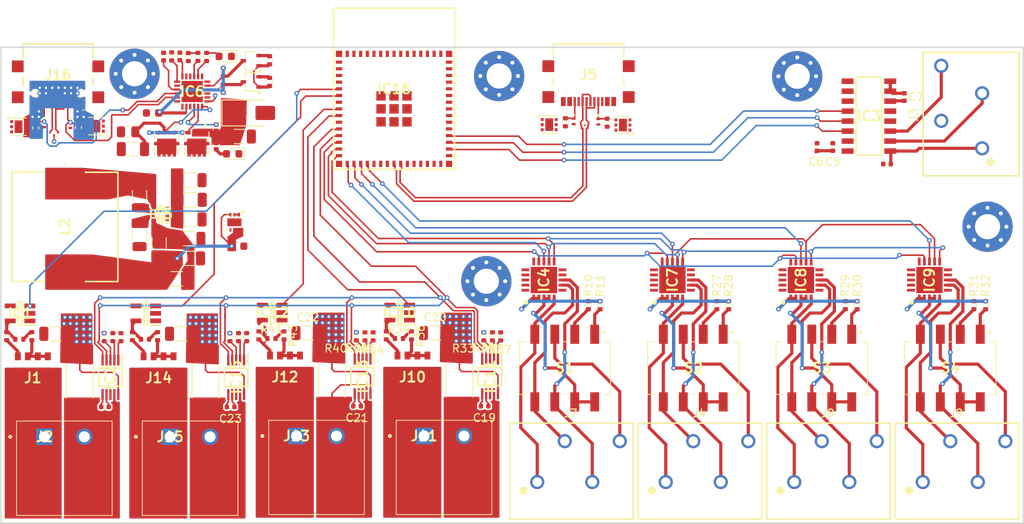
<source format=kicad_pcb>
(kicad_pcb (version 20241229) (generator "pcbnew") (generator_version "9.0")
  (layers (0 "F.Cu" signal) (4 "In1.Cu" signal) (6 "In2.Cu" signal) (2 "B.Cu" signal) (13 "F.Paste" user) (15 "B.Paste" user) (5 "F.SilkS" user "F.Silkscreen") (7 "B.SilkS" user "B.Silkscreen") (1 "F.Mask" user) (3 "B.Mask" user) (25 "Edge.Cuts" user))
  (net 0 "")
  (net 1 "GND")
  (net 2 "VCC")
  (net 3 "+3V3")
  (net 4 "/SS1")
  (net 5 "/D-")
  (net 6 "/D+")
  (net 7 "/HEATER_PWM_3")
  (net 8 "/SS3")
  (net 9 "/HEATER_PWM_4")
  (net 10 "/LCD_CS")
  (net 11 "/HEATER_PWM_2")
  (net 12 "/MOSI")
  (net 13 "/BOOT")
  (net 14 "/MISO")
  (net 15 "/SCL")
  (net 16 "/HEATER_PWM_1")
  (net 17 "/LCD_SDA")
  (net 18 "/LCD_SCL")
  (net 19 "/TP_IRQ")
  (net 20 "/SDA")
  (net 21 "/TP_RST")
  (net 22 "/ALERT_INTERRUPT")
  (net 23 "/LCD_BL")
  (net 24 "/ENABLE")
  (net 25 "/SS4")
  (net 26 "/TP_SDA")
  (net 27 "/SCK")
  (net 28 "/SS2")
  (net 29 "/TP_SCL")
  (net 30 "Net-(IC3-AVDD{slash}LDO)")
  (net 31 "Net-(IC3-VIN2N)")
  (net 32 "Net-(IC3-VIN2P)")
  (net 33 "Net-(IC3-VBG)")
  (net 34 "/PD/VCC")
  (net 35 "/Temp Sensor 1/FORCE_N")
  (net 36 "/Temp Sensor 1/ISENSOR")
  (net 37 "/Temp Sensor 1/FORCE_P")
  (net 38 "/Temp Sensor 1/RTDIN_N")
  (net 39 "Net-(IC5-BST)")
  (net 40 "Net-(IC5-SW)")
  (net 41 "/Temp Sensor 1/RTDIN_P")
  (net 42 "/Temp Sensor 1/4300R")
  (net 43 "/Temp Sensor 1/430R")
  (net 44 "Net-(IC5-SS)")
  (net 45 "Net-(IC5-FB)")
  (net 46 "Net-(D5-A)")
  (net 47 "/LDCL_SDIO")
  (net 48 "/LDCL_SCLK")
  (net 49 "/LDCL_DRDY")
  (net 50 "+5V")
  (net 51 "/USB_CONTROL/VBUS")
  (net 52 "/USB_CONTROL/CC2")
  (net 53 "/USB_CONTROL/CC1")
  (net 54 "/Heater_Mosfet_1/IN-")
  (net 55 "Net-(IC3-VIN1P)")
  (net 57 "Net-(IC1-OUT)")
  (net 58 "Net-(IC2-ALERT)")
  (net 59 "Net-(IC2-A0)")
  (net 60 "Net-(IC2-A1)")
  (net 61 "Net-(J1-G)")
  (net 62 "Net-(J1-S_1)")
  (net 63 "Net-(R4-Pad2)")
  (net 65 "/Heater_Mosfet_1/OUT_MOS")
  (net 66 "Net-(IC3-VIN1N)")
  (net 67 "/PD/VBUS_SENSED")
  (net 69 "/PD/IFB")
  (net 70 "/PD/V5V")
  (net 71 "/PD/V18")
  (net 72 "Net-(D3-A)")
  (net 73 "Net-(IC4-BIAS)")
  (net 76 "/PD/CC2")
  (net 77 "/PD/USB_P")
  (net 78 "/PD/VBUS")
  (net 79 "/PD/USB_N")
  (net 81 "/PD/CC1")
  (net 82 "/PD/SCL_5V")
  (net 83 "+3.3V")
  (net 84 "/PD/SCL")
  (net 85 "/PD/SDA_5V")
  (net 86 "/PD/SDA")
  (net 90 "/PD/PD_LED")
  (net 91 "/PD/PD_INT_5V")
  (net 92 "/PD/PD_INT")
  (net 93 "/PD/NTC")
  (net 99 "/PD/VOUT")
  (net 100 "/PD/PWR_EN")
  (net 104 "/Temp Sensor 2/FORCE_N")
  (net 105 "/Temp Sensor 2/ISENSOR")
  (net 106 "/Temp Sensor 2/RTDIN_P")
  (net 107 "Net-(IC7-BIAS)")
  (net 109 "/Temp Sensor 2/FORCE_P")
  (net 110 "/Temp Sensor 2/RTDIN_N")
  (net 112 "/Temp Sensor 3/FORCE_P")
  (net 113 "Net-(IC8-BIAS)")
  (net 115 "/Temp Sensor 3/FORCE_N")
  (net 116 "/Temp Sensor 3/RTDIN_N")
  (net 117 "/Temp Sensor 3/RTDIN_P")
  (net 119 "/Temp Sensor 3/ISENSOR")
  (net 120 "/Temp Sensor 4/FORCE_P")
  (net 121 "/Temp Sensor 4/ISENSOR")
  (net 122 "/Temp Sensor 4/RTDIN_P")
  (net 125 "Net-(IC9-BIAS)")
  (net 126 "/Temp Sensor 4/RTDIN_N")
  (net 127 "/Temp Sensor 4/FORCE_N")
  (net 128 "/Temp Sensor 2/430R")
  (net 129 "/Temp Sensor 2/4300R")
  (net 130 "/Temp Sensor 3/430R")
  (net 131 "/Temp Sensor 3/4300R")
  (net 132 "/Temp Sensor 4/430R")
  (net 133 "/Temp Sensor 4/4300R")
  (net 134 "Net-(IC10-OUT)")
  (net 136 "Net-(IC11-ALERT)")
  (net 137 "/Heater_Mosfet_2/IN-")
  (net 138 "Net-(IC11-A1)")
  (net 139 "Net-(IC11-A0)")
  (net 141 "Net-(IC12-OUT)")
  (net 142 "/Heater_Mosfet_3/IN-")
  (net 143 "Net-(IC13-ALERT)")
  (net 144 "Net-(IC13-A1)")
  (net 145 "Net-(IC13-A0)")
  (net 147 "Net-(IC14-OUT)")
  (net 148 "Net-(IC15-A0)")
  (net 149 "Net-(IC15-A1)")
  (net 150 "Net-(IC15-ALERT)")
  (net 151 "/Heater_Mosfet_4/IN-")
  (net 152 "Net-(J10-S_1)")
  (net 153 "/Heater_Mosfet_2/OUT_MOS")
  (net 154 "Net-(J10-G)")
  (net 155 "/Heater_Mosfet_3/OUT_MOS")
  (net 156 "Net-(J12-G)")
  (net 157 "Net-(J12-S_1)")
  (net 158 "Net-(J14-S_1)")
  (net 159 "/Heater_Mosfet_4/OUT_MOS")
  (net 160 "Net-(J14-G)")
  (net 161 "Net-(R34-Pad2)")
  (net 162 "Net-(R41-Pad2)")
  (net 163 "Net-(R48-Pad2)")
  (footprint "Resistor_SMD:R_0402_1005Metric" (layer "F.Cu") (at 114.655 91.8 -90)
    (property "Reference" "R23" (hide yes))
    (property "Value" "5.1k" (hide yes))
  )
  (footprint "Library:TRANS_AONR21307" (layer "F.Cu") (at 111.28 100.9 -90)
    (property "Reference" "U11" (hide yes))
    (property "Value" "AON7262E" (hide yes))
  )
  (footprint "Resistor_SMD:R_0402_1005Metric" (layer "F.Cu") (at 122.38 125.3 -90)
    (property "Reference" "R43")
    (property "Value" "10k")
  )
  (footprint "Capacitor_SMD:C_1206_3216Metric" (layer "F.Cu") (at 110.475 110.55 180)
    (property "Reference" "C9" (hide yes))
    (property "Value" "10uF" (hide yes))
  )
  (footprint "Capacitor_SMD:C_0402_1005Metric" (layer "F.Cu") (at 131.68 134.299999)
    (property "Reference" "C21")
    (property "Value" "100nF")
  )
  (footprint "Resistor_SMD:R_0402_1005Metric" (layer "F.Cu") (at 161.1 121.455 90)
    (property "Reference" "R10")
    (property "Value" "430" (hide yes))
  )
  (footprint "Library:SOP50P490X110-10N" (layer "F.Cu") (at 148.6 130.524829 -90)
    (property "Reference" "IC11")
    (property "Value" "INA226AIDGSR" (hide yes))
  )
  (footprint "Resistor_SMD:R_0402_1005Metric" (layer "F.Cu") (at 101.640279 125.52483 90)
    (property "Reference" "R7" (hide yes))
    (property "Value" "10k" (hide yes))
  )
  (footprint "Library:ESD122DMYR" (layer "F.Cu") (at 93.130836 99.657622 90)
    (property "Reference" "D2" (hide yes))
    (property "Value" "ESD122DMYR" (hide yes))
  )
  (footprint "Library:QFN65P500X500X80-21N" (layer "F.Cu") (at 204.5 118.255 90)
    (property "Reference" "IC9")
    (property "Value" "MAX31865ATP+T" (hide yes))
  )
  (footprint "Resistor_SMD:R_0402_1005Metric" (layer "F.Cu") (at 100.6 125.52483 90)
    (property "Reference" "R8" (hide yes))
    (property "Value" "10k" (hide yes))
  )
  (footprint "Capacitor_SMD:C_0402_1005Metric" (layer "F.Cu") (at 192.20025 101.3325 90)
    (property "Reference" "C5")
    (property "Value" "1uF" (hide yes))
  )
  (footprint "Library:691412120004B" (layer "F.Cu") (at 208.9 141.355)
    (property "Reference" "J9")
    (property "Value" "691412120004B" (hide yes))
  )
  (footprint "Resistor_SMD:R_0402_1005Metric" (layer "F.Cu") (at 119.180001 125.3 -90)
    (property "Reference" "R42" (hide yes))
    (property "Value" "10k" (hide yes))
  )
  (footprint "Capacitor_SMD:C_1206_3216Metric" (layer "F.Cu") (at 106.4875 113.575 90)
    (property "Reference" "C14" (hide yes))
    (property "Value" "15pF" (hide yes))
  )
  (footprint "Library:2194MST" (layer "F.Cu") (at 174.45 129.455 180)
    (property "Reference" "S2")
    (property "Value" "219-4MST" (hide yes))
  )
  (footprint "Resistor_SMD:R_0402_1005Metric" (layer "F.Cu") (at 137.010001 125.7)
    (property "Reference" "R34")
    (property "Value" "10k" (hide yes))
  )
  (footprint "Resistor_SMD:R_0402_1005Metric" (layer "F.Cu") (at 112.53 89.875 90)
    (property "Reference" "R20" (hide yes))
    (property "Value" "5.1k" (hide yes))
  )
  (footprint "Library:ESP32S3MINI1N8" (layer "F.Cu") (at 136.38 96.48)
    (property "Reference" "IC16")
    (property "Value" "ESP32-S3-MINI-1-N8" (hide yes))
  )
  (footprint "Capacitor_SMD:C_1206_3216Metric" (layer "F.Cu") (at 141.6 124.999999 180)
    (property "Reference" "C20")
    (property "Value" "4.7uF")
  )
  (footprint "Capacitor_SMD:C_1206_3216Metric" (layer "F.Cu") (at 110.5 108.05)
    (property "Reference" "C10" (hide yes))
    (property "Value" "100nF" (hide yes))
  )
  (footprint "Library:691412120004B" (layer "F.Cu") (at 159.85 141.355)
    (property "Reference" "J7")
    (property "Value" "691412120004B" (hide yes))
  )
  (footprint "Library:SOTFL50P160X60-8N" (layer "F.Cu") (at 106.689579 109.851207 180)
    (property "Reference" "IC5")
    (property "Value" "TPS62933DRLR" (hide yes))
  )
  (footprint "Library:SOIC127P600X175-16N" (layer "F.Cu") (at 196.8 97.405 180)
    (property "Reference" "IC3")
    (property "Value" "NAU7802SGI" (hide yes))
  )
  (footprint "LED_SMD:LED_0603_1608Metric" (layer "F.Cu") (at 114.9125 89.8 180)
    (property "Reference" "D5" (hide yes))
    (property "Value" "RED" (hide yes))
  )
  (footprint "Resistor_SMD:R_0402_1005Metric" (layer "F.Cu") (at 147.8 125.424829 90)
    (property "Reference" "R39")
    (property "Value" "10k")
  )
  (footprint "Package_TO_SOT_SMD:SOT-323_SC-70" (layer "F.Cu") (at 118.2 93.05 180)
    (property "Reference" "Q2" (hide yes))
    (property "Value" "BSS138" (hide yes))
  )
  (footprint "Resistor_SMD:R_0402_1005Metric" (layer "F.Cu") (at 120.55 90.3 90)
    (property "Reference" "R21" (hide yes))
    (property "Value" "5.1k" (hide yes))
  )
  (footprint "Library:QFN65P500X500X80-21N" (layer "F.Cu") (at 155.45 118.255 90)
    (property "Reference" "IC4")
    (property "Value" "MAX31865ATP+T" (hide yes))
  )
  (footprint "Package_SON:Texas_DPY0002A_0.6x1mm_P0.65mm" (layer "F.Cu") (at 91.868991 98.451163 -90)
    (property "Reference" "U8" (hide yes))
    (property "Value" "TPD1E05U06DPY" (hide yes))
  )
  (footprint "Resistor_SMD:R_0402_1005Metric" (layer "F.Cu") (at 96.246898 98.848837 -90)
    (property "Reference" "R14" (hide yes))
    (property "Value" "5.1k" (hide yes))
  )
  (footprint "MountingHole:MountingHole_3.2mm_M3_Pad_Via" (layer "F.Cu") (at 148.12 118.41)
    (property "Reference" "H1" (hide yes))
    (property "Value" "MountingHole_Pad" (hide yes))
  )
  (footprint "Library:SOT95P270X145-5N" (layer "F.Cu") (at 137.1 122.4 180)
    (property "Reference" "IC10")
    (property "Value" "MCP1416T-E_OT" (hide yes))
  )
  (footprint "Resistor_SMD:R_2512_6332Metric" (layer "F.Cu") (at 128.48 131 90)
    (property "Reference" "R40")
    (property "Value" "30mΩ")
  )
  (footprint "Library:2194MST" (layer "F.Cu") (at 158.1 129.455 180)
    (property "Reference" "S1")
    (property "Value" "219-4MST" (hide yes))
  )
  (footprint "Capacitor_SMD:C_0402_1005Metric" (layer "F.Cu") (at 201.3 94.98 90)
    (property "Reference" "C7")
    (property "Value" "1uF" (hide yes))
  )
  (footprint "Resistor_SMD:R_0402_1005Metric" (layer "F.Cu") (at 108.09 89.805 90)
    (property "Reference" "TH1" (hide yes))
    (property "Value" "Thermistor_NTC" (hide yes))
  )
  (footprint "Package_SON:WSON-6-1EP_2x2mm_P0.65mm_EP1x1.6mm" (layer "F.Cu") (at 156.12 98.4875)
    (property "Reference" "U2" (hide yes))
    (property "Value" "TVS2200DRV" (hide yes))
  )
  (footprint "Library:1757242" (layer "F.Cu") (at 140.2 138.1)
    (property "Reference" "J11")
    (property "Value" "1757242" (hide yes))
  )
  (footprint "Package_SON:WSON-6-1EP_2x2mm_P0.65mm_EP1x1.6mm" (layer "F.Cu") (at 165.5 98.5375 180)
    (property "Reference" "U5" (hide yes))
    (property "Value" "TVS2200DRV" (hide yes))
  )
  (footprint "Resistor_SMD:R_0402_1005Metric" (layer "F.Cu") (at 113.755 99 -90)
    (property "Reference" "R18" (hide yes))
    (property "Value" "27R" (hide yes))
  )
  (footprint "Resistor_SMD:R_0402_1005Metric" (layer "F.Cu") (at 111.43 89.865 90)
    (property "Reference" "R25" (hide yes))
    (property "Value" "5.1k" (hide yes))
  )
  (footprint "Library:TRANS_AONR21307" (layer "F.Cu") (at 107.455 100.9 -90)
    (property "Reference" "U10" (hide yes))
    (property "Value" "AON7262E" (hide yes))
  )
  (footprint "Resistor_SMD:R_1206_3216Metric" (layer "F.Cu") (at 110.35 113)
    (property "Reference" "Rfbb1" (hide yes))
    (property "Value" "10k" (hide yes))
  )
  (footprint "Capacitor_SMD:C_1206_3216Metric" (layer "F.Cu") (at 125.38 124.999999 180)
    (property "Reference" "C22")
    (property "Value" "4.7uF")
  )
  (footprint "Library:NTMFS5C612NLT1G" (layer "F.Cu") (at 122.507 130.659 180)
    (property "Reference" "J12")
    (property "Value" "NTMFS5C612NLT1G" (hide yes))
  )
  (footprint "Library:2194MST" (layer "F.Cu") (at 190.8 129.455 180)
    (property "Reference" "S3")
    (property "Value" "219-4MST" (hide yes))
  )
  (footprint "Resistor_SMD:R_0402_1005Metric" (layer "F.Cu") (at 211.65 121.465 90)
    (property "Reference" "R32")
    (property "Value" "4.3k")
  )
  (footprint "Library:ESD122DMYR" (layer "F.Cu") (at 160.629097 98.444263 90)
    (property "Reference" "D1" (hide yes))
    (property "Value" "ESD122DMYR" (hide yes))
  )
  (footprint "Resistor_SMD:R_0402_1005Metric" (layer "F.Cu") (at 113.755 101.1 -90)
    (property "Reference" "R19" (hide yes))
    (property "Value" "10k" (hide yes))
  )
  (footprint "Library:XC6220B331ERG" (layer "F.Cu") (at 116.07 110.465 -90)
    (property "Reference" "IC17" (hide yes))
    (property "Value" "XC6220B331ER-G" (hide yes))
  )
  (footprint "MountingHole:MountingHole_3.2mm_M3_Pad_Via" (layer "F.Cu") (at 103.37 92.02)
    (property "Reference" "H2" (hide yes))
    (property "Value" "MountingHole_Pad" (hide yes))
  )
  (footprint "Package_SON:WSON-6-1EP_2x2mm_P0.65mm_EP1x1.6mm" (layer "F.Cu") (at 98.5125 98.675 180)
    (property "Reference" "U6" (hide yes))
    (property "Value" "TVS2200DRV" (hide yes))
  )
  (footprint "Resistor_SMD:R_0805_2012Metric" (layer "F.Cu") (at 102.555 99.4)
    (property "Reference" "R17" (hide yes))
    (property "Value" "5m" (hide yes))
  )
  (footprint "Resistor_SMD:R_0402_1005Metric" (layer "F.Cu") (at 162.6 121.465 90)
    (property "Reference" "R11")
    (property "Value" "4.3k" (hide yes))
  )
  (footprint "Library:691412120004B" (layer "F.Cu") (at 208.6 96.25 90)
    (property "Reference" "J3")
    (property "Value" "691412120004B" (hide yes))
  )
  (footprint "Library:691412120004B" (layer "F.Cu") (at 192.55 141.355)
    (property "Reference" "J8")
    (property "Value" "691412120004B")
  )
  (footprint "Resistor_SMD:R_0402_1005Metric" (layer "F.Cu") (at 135.400001 125.3 -90)
    (property "Reference" "R35" (hide yes))
    (property "Value" "10k" (hide yes))
  )
  (footprint "Capacitor_SMD:C_0402_1005Metric" (layer "F.Cu") (at 199.1 103.5 180)
    (property "Reference" "C8" (hide yes))
    (property "Value" "1uF" (hide yes))
  )
  (footprint "Capacitor_SMD:C_0603_1608Metric" (layer "F.Cu") (at 105.655 97 180)
    (property "Reference" "C17" (hide yes))
    (property "Value" "1u" (hide yes))
  )
  (footprint "Resistor_SMD:R_0402_1005Metric" (layer "F.Cu") (at 133.720279 125.424829 90)
    (property "Reference" "R44")
    (property "Value" "10k" (hide yes))
  )
  (footprint "Library:SRP12507R8M" (layer "F.Cu") (at 94.5 111.5 -90)
    (property "Reference" "L2")
    (property "Value" "SRP1250-7R8M" (hide yes))
  )
  (footprint "LED_SMD:LED_0603_1608Metric" (layer "F.Cu") (at 115.855 102.2 180)
    (property "Reference" "D3" (hide yes))
    (property "Value" "RED" (hide yes))
  )
  (footprint "Library:SOT95P270X145-5N" (layer "F.Cu") (at 120.88 122.4 180)
    (property "Reference" "IC12")
    (property "Value" "MCP1416T-E_OT" (hide yes))
  )
  (footprint "MountingHole:MountingHole_3.2mm_M3_Pad_Via" (layer "F.Cu") (at 187.677056 92.332944 180)
    (property "Reference" "H4" (hide yes))
    (property "Value" "MountingHole_Pad" (hide yes))
  )
  (footprint "Library:SOP50P490X110-10N" (layer "F.Cu") (at 132.38 130.524829 -90)
    (property "Reference" "IC13")
    (property "Value" "INA226AIDGSR" (hide yes))
  )
  (footprint "MountingHole:MountingHole_3.2mm_M3_Pad_Via" (layer "F.Cu") (at 211.89 111.47 90)
    (property "Reference" "H5" (hide yes))
    (property "Value" "MountingHole_Pad" (hide yes))
  )
  (footprint "Resistor_SMD:R_0402_1005Metric" (layer "F.Cu") (at 87.1 125.4 -90)
    (property "Reference" "R5" (hide yes))
    (property "Value" "10k" (hide yes))
  )
  (footprint "Package_SON:WSON-6-1EP_2x2mm_P0.65mm_EP1x1.6mm" (layer "F.Cu") (at 88.6125 98.75)
    (property "Reference" "U9" (hide yes))
    (property "Value" "TVS2200DRV" (hide yes))
  )
  (footprint "Resistor_SMD:R_0402_1005Metric" (layer "F.Cu") (at 104.705001 125.8)
    (property "Reference" "R48" (hide yes))
    (property "Value" "10k" (hide yes))
  )
  (footprint "Package_SON:Texas_DPY0002A_0.6x1mm_P0.65mm" (layer "F.Cu") (at 162.372464 98.116566 -90)
    (property "Reference" "U3" (hide yes))
    (property "Value" "TPD1E05U06DPY" (hide yes))
  )
  (footprint "Capacitor_SMD:C_0402_1005Metric" (layer "F.Cu") (at 99.6 134.4)
    (property "Reference" "C3" (hide yes))
    (property "Value" "100nF" (hide yes))
  )
  (footprint "Capacitor_SMD:C_1206_3216Metric" (layer "F.Cu") (at 109.295 125.099999 180)
    (property "Reference" "C24" (hide yes))
    (property "Value" "4.7uF" (hide yes))
  )
  (footprint "Resistor_SMD:R_0402_1005Metric" (layer "F.Cu") (at 193.8 121.455 90)
    (property "Reference" "R29")
    (property "Value" "430")
  )
  (footprint "Resistor_SMD:R_0402_1005Metric" (layer "F.Cu") (at 120.55 93.05 90)
    (property "Reference" "R22" (hide yes))
    (property "Value" "5.1k" (hide yes))
  )
  (footprint "Capacitor_SMD:C_1206_3216Metric" (layer "F.Cu") (at 110.2875 115.5)
    (property "Reference" "Cout1" (hide yes))
    (property "Value" "100uF" (hide yes))
  )
  (footprint "Library:SOT95P270X145-5N" (layer "F.Cu") (at 88.8 122.5 180)
    (property "Reference" "IC1")
    (property "Value" "MCP1416T-E_OT" (hide yes))
  )
  (footprint "Resistor_SMD:R_2512_6332Metric" (layer "F.Cu") (at 112.395 131.1 90)
    (property "Reference" "R47" (hide yes))
    (property "Value" "30mΩ")
  )
  (footprint "Capacitor_SMD:C_1206_3216Metric" (layer "F.Cu") (at 93.3 125.1 180)
    (property "Reference" "C4" (hide yes))
    (property "Value" "4.7uF" (hide yes))
  )
  (footprint "Resistor_SMD:R_0402_1005Metric" (layer "F.Cu") (at 195.3 121.465 90)
    (property "Reference" "R30")
    (property "Value" "4.3k")
  )
  (footprint "Library:1757242" (layer "F.Cu") (at 91.9 138.2)
    (property "Reference" "J2")
    (property "Value" "1757242" (hide yes))
  )
  (footprint "Capacitor_SMD:C_1206_3216Metric" (layer "F.Cu") (at 116.755 100)
    (property "Reference" "C15" (hide yes))
    (property "Value" "10u" (hide yes))
  )
  (footprint "Resistor_SMD:R_0402_1005Metric" (layer "F.Cu") (at 114.655 93.9 90)
    (property "Reference" "R24" (hide yes))
    (property "Value" "5.1k" (hide yes))
  )
  (footprint "Resistor_SMD:R_1206_3216Metric" (layer "F.Cu") (at 108.75 118.1)
    (property "Reference" "Rfbt1" (hide yes))
    (property "Value" "52.3k" (hide yes))
  )
  (footprint "Capacitor_SMD:C_1206_3216Metric" (layer "F.Cu") (at 104 107.575 90)
    (property "Reference" "C11" (hide yes))
    (property "Value" "100nF" (hide yes))
  )
  (footprint "Resistor_SMD:R_0402_1005Metric" (layer "F.Cu") (at 177.45 121.455 90)
    (property "Reference" "R27")
    (property "Value" "430")
  )
  (footprint "Library:691412120004B" (layer "F.Cu") (at 176.2 141.355)
    (property "Reference" "J4")
    (property "Value" "691412120004B")
  )
  (footprint "MountingHole:MountingHole_3.2mm_M3_Pad_Via" (layer "F.Cu") (at 149.75 92.3)
    (property "Reference" "H3" (hide yes))
    (property "Value" "MountingHole_Pad" (hide yes))
  )
  (footprint "Library:SOP50P490X110-10N" (layer "F.Cu") (at 116.295 130.624829 -90)
    (property "Reference" "IC15")
    (property "Value" "INA226AIDGSR" (hide yes))
  )
  (footprint "Library:NTMFS5C612NLT1G" (layer "F.Cu") (at 90.427 130.759 180)
    (property "Reference" "J1")
    (property "Value" "NTMFS5C612NLT1G" (hide yes))
  )
  (footprint "Library:NTMFS5C612NLT1G" (layer "F.Cu") (at 106.422 130.759 180)
    (property "Reference" "J14")
    (property "Value" "NTMFS5C612NLT1G" (hide yes))
  )
  (footprint "Resistor_SMD:R_0402_1005Metric" (layer "F.Cu") (at 158.181846 98.18608 -90)
    (property "Reference" "R13" (hide yes))
    (property "Value" "5.1k" (hide yes))
  )
  (footprint "Capacitor_SMD:C_0402_1005Metric" (layer "F.Cu") (at 107.06 89.83 90)
    (property "Reference" "C16" (hide yes))
    (property "Value" "100nF" (hide yes))
  )
  (footprint "Capacitor_SMD:C_1206_3216Metric" (layer "F.Cu") (at 110.475 105.55)
    (property "Reference" "C25" (hide yes))
    (property "Value" "33nF" (hide yes))
  )
  (footprint "Package_SON:Texas_DPY0002A_0.6x1mm_P0.65mm" (layer "F.Cu") (at 95.2 98.55 -90)
    (property "Reference" "U7" (hide yes))
    (property "Value" "TPD1E05U06DPY" (hide yes))
  )
  (footprint "Library:QFN65P500X500X80-21N" (layer "F.Cu") (at 188.15 118.255 90)
    (property "Reference" "IC8")
    (property "Value" "MAX31865ATP+T" (hide yes))
  )
  (footprint "Resistor_SMD:R_0402_1005Metric" (layer "F.Cu") (at 138.6 125.3 -90)
    (property "Reference" "R36")
    (property "Value" "10k")
  )
  (footprint "Capacitor_SMD:C_0603_1608Metric" (layer "F.Cu") (at 116.495 113.95 180)
    (property "Reference" "C26" (hide yes))
    (property "Value" "10uF" (hide yes))
  )
  (footprint "Package_SON:Texas_DPY0002A_0.6x1mm_P0.65mm" (layer "F.Cu") (at 159.232374 98.076171 -90)
    (property "Reference" "U4" (hide yes))
    (property "Value" "TPD1E05U06DPY" (hide yes))
  )
  (footprint "Capacitor_SMD:C_1206_3216Metric" (layer "F.Cu") (at 103.155 101.6 180)
    (property "Reference" "C12" (hide yes))
    (property "Value" "10u" (hide yes))
  )
  (footprint "Library:NTMFS5C612NLT1G" (layer "F.Cu") (at 138.727 130.659 180)
    (property "Reference" "J10")
    (property "Value" "NTMFS5C612NLT1G" (hide yes))
  )
  (footprint "Resistor_SMD:R_0402_1005Metric" (layer "F.Cu") (at 131.58 125.424829 90)
    (property "Reference" "R46")
    (property "Value" "10k")
  )
  (footprint "Capacitor_SMD:C_0402_1005Metric" (layer "F.Cu") (at 115.595 134.399999)
    (property "Reference" "C23")
    (property "Value" "100nF")
  )
  (footprint "Library:UJ20CHGSMT5P16TR" (layer "F.Cu") (at 161.12 91.875 180)
    (property "Reference" "J5")
    (property "Value" "UJ20-C-H-G-SMT-5-P16-TR" (hide yes))
  )
  (footprint "Resistor_SMD:R_0402_1005Metric" (layer "F.Cu") (at 132.68 125.424829 90)
    (property "Reference" "R45")
    (property "Value" "10k")
  )
  (footprint "Resistor_SMD:R_2512_6332Metric" (layer "F.Cu") (at 96.4 131.1 90)
    (property "Reference" "R3" (hide yes))
    (property "Value" "30mΩ" (hide yes))
  )
  (footprint "Resistor_SMD:R_0402_1005Metric" (layer "F.Cu") (at 110.21 89.89 -90)
    (property "Reference" "R26" (hide yes))
    (property "Value" "10k" (hide yes))
  )
  (footprint "Resistor_SMD:R_0402_1005Metric" (layer "F.Cu") (at 115.495 125.524829 90)
    (property "Reference" "R53" (hide yes))
    (property "Value" "10k" (hide yes))
  )
  (footprint "Library:2194MST" (layer "F.Cu") (at 207.15 129.455 180)
    (property "Reference" "S4")
    (property "Value" "219-4MST" (hide yes))
  )
  (footprint "Resistor_SMD:R_0402_1005Metric" (layer "F.Cu") (at 103.095001 125.4 -90)
    (property "Reference" "R49" (hide yes))
    (property "Value" "10k" (hide yes))
  )
  (footprint "Library:1757242" (layer "F.Cu") (at 107.895 138.2)
    (property "Reference" "J15")
    (property "Value" "1757242" (hide yes))
  )
  (footprint "Capacitor_SMD:C_0402_1005Metric" (layer "F.Cu") (at 190.20025 101.3325 90)
    (property "Reference" "C6")
    (property "Value" "1uF" (hide yes))
  )
  (footprint "Package_TO_SOT_SMD:SOT-323_SC-70" (layer "F.Cu") (at 118.2 90.35 180)
    (property "Reference" "Q1" (hide yes))
    (property "Value" "BSS138" (hide yes))
  )
  (footprint "Library:AP33772SDKZ13FA01" (layer "F.Cu") (at 110.705 94.275 180)
    (property "Reference" "IC6")
    (property "Value" "AP33772SDKZ-13-FA01" (hide yes))
  )
  (footprint "Library:QFN65P500X500X80-21N" (layer "F.Cu") (at 171.8 118.255 90)
    (property "Reference" "IC7")
    (property "Value" "MAX31865ATP+T" (hide yes))
  )
  (footprint "Resistor_SMD:R_0402_1005Metric" (layer "F.Cu") (at 210.15 121.455 90)
    (property "Reference" "R31")
    (property "Value" "430")
  )
  (footprint "Diode_SMD:D_SMA" (layer "F.Cu") (at 118 97)
    (property "Reference" "D4" (hide yes))
    (property "Value" "D_Schottky" (hide yes))
  )
  (footprint "Capacitor_SMD:C_1206_3216Metric" (layer "F.Cu") (at 104 112.525 90)
    (property "Reference" "C13" (hide yes))
    (property "Value" "33nF" (hide yes))
  )
  (footprint "Library:SOP50P490X110-10N" (layer "F.Cu") (at 100.3 130.62483 -90)
    (property "Reference" "IC2")
    (property "Value" "INA226AIDGSR" (hide yes))
  )
  (footprint "Capacitor_SMD:C_0402_1005Metric" (layer "F.Cu") (at 109.13 89.81 90)
    (property "Reference" "C18" (hide yes))
    (property "Value" "100nF" (hide yes))
  )
  (footprint "Capacitor_SMD:C_0402_1005Metric" (layer "F.Cu") (at 147.9 134.299999)
    (property "Reference" "C19")
    (property "Value" "100nF")
  )
  (footprint "Resistor_SMD:R_0402_1005Metric" (layer "F.Cu") (at 120.790001 125.7)
    (property "Reference" "R41")
    (property "Value" "10k" (hide yes))
  )
  (footprint "Resistor_SMD:R_0402_1005Metric" (layer "F.Cu") (at 116.595 125.524829 90)
    (property "Reference" "R52" (hide yes))
    (property "Value" "10k")
  )
  (footprint "Resistor_SMD:R_0402_1005Metric" (layer "F.Cu") (at 117.635279 125.524829 90)
    (property "Reference" "R51" (hide yes))
    (property "Value" "10k" (hide yes))
  )
  (footprint "Resistor_SMD:R_0402_1005Metric" (layer "F.Cu") (at 90.8 98.9 -90)
    (property "Reference" "R16" (hide yes))
    (property "Value" "5.1k" (hide yes))
  )
  (footprint "Resistor_SMD:R_0402_1005Metric" (layer "F.Cu") (at 149.940279 125.424829 90)
    (property "Reference" "R37")
    (property "Value" "10k")
  )
  (footprint "Resistor_SMD:R_0402_1005Metric" (layer "F.Cu") (at 90.3 125.4 -90)
    (property "Reference" "R6" (hide yes))
    (property "Value" "10k" (hide yes))
  )
  (footprint "Library:SOT95P270X145-5N" (layer "F.Cu") (at 104.795 122.5 180)
    (property "Reference" "IC14" (hide yes))
    (property "Value" "MCP1416T-E_OT" (hide yes))
  )
  (footprint "Library:1757242" (layer "F.Cu") (at 123.98 138.1)
    (property "Reference" "J13")
    (property "Value" "1757242" (hide yes))
  )
  (footprint "Resistor_SMD:R_0402_1005Metric" (layer "F.Cu") (at 148.9 125.424829 90)
    (property "Reference" "R38")
    (property "Value" "10k")
  )
  (footprint "Resistor_SMD:R_0402_1005Metric" (layer "F.Cu") (at 178.95 121.465 90)
    (property "Reference" "R28")
    (property "Value" "4.3k")
  )
  (footprint "Resistor_SMD:R_2512_6332Metric" (layer "F.Cu") (at 144.7 131 90)
    (property "Reference" "R33")
    (property "Value" "30mΩ")
  )
  (footprint "Resistor_SMD:R_0402_1005Metric" (layer "F.Cu") (at 163.5 98.2375 -90)
    (property "Reference" "R12" (hide yes))
    (property "Value" "5.1k" (hide yes))
  )
  (footprint "Library:UJ20CHGSMT5P16TR" (layer "F.Cu") (at 93.63 91.897 180)
    (property "Reference" "J16")
    (property "Value" "UJ20-C-H-G-SMT-5-P16-TR" (hide yes))
  )
  (footprint "Resistor_SMD:R_0402_1005Metric" (layer "F.Cu") (at 106.295 125.4 -90)
    (property "Reference" "R50" (hide yes))
    (property "Value" "10k")
  )
  (footprint "Resistor_SMD:R_0402_1005Metric" (layer "F.Cu") (at 99.5 125.52483 90)
    (property "Reference" "R9" (hide yes))
    (property "Value" "10k" (hide yes))
  )
  (footprint "Resistor_SMD:R_0402_1005Metric" (layer "F.Cu") (at 88.71 125.8)
    (property "Reference" "R4" (hide yes))
    (property "Value" "10k" (hide yes))
  )
  (gr_rect (start 86.35 88.65) (end 216.45 149.2) (stroke (width 0.2)) (fill no) (layer "Edge.Cuts"))
  (segment (start 192.20025 101.8125) (end 190.20025 101.8125) (width 0.4) (layer "F.Cu") (net 0))
  (segment (start 190.05025 101.9625) (end 190.20025 101.8125) (width 0.4) (layer "F.Cu") (net 0))
  (segment (start 115.795 132.82483) (end 115.795 133.747729) (width 0.2) (layer "F.Cu") (net 1))
  (segment (start 131.88 133.647729) (end 132.16 133.927729) (width 0.2) (layer "F.Cu") (net 1))
  (segment (start 199.3 93) (end 199.512 93.212) (width 0.4) (layer "F.Cu") (net 1))
  (segment (start 199.782 94.5) (end 199.512 94.23) (width 0.4) (layer "F.Cu") (net 1))
  (segment (start 132.16 133.927729) (end 132.16 134.3) (width 0.2) (layer "F.Cu") (net 1))
  (segment (start 148.38 133.927729) (end 148.38 134.3) (width 0.2) (layer "F.Cu") (net 1))
  (segment (start 199.512 92.96) (end 199.34 92.96) (width 0.4) (layer "F.Cu") (net 1))
  (segment (start 148.1 133.647729) (end 148.38 133.927729) (width 0.2) (layer "F.Cu") (net 1))
  (segment (start 99.8 133.747729) (end 100.08 134.027729) (width 0.2) (layer "F.Cu") (net 1))
  (segment (start 116.075 134.027729) (end 116.075 134.4) (width 0.2) (layer "F.Cu") (net 1))
  (segment (start 115.795 133.747729) (end 116.075 134.027729) (width 0.2) (layer "F.Cu") (net 1))
  (segment (start 201.3 94.5) (end 199.782 94.5) (width 0.4) (layer "F.Cu") (net 1))
  (segment (start 148.1 132.72483) (end 148.1 133.647729) (width 0.2) (layer "F.Cu") (net 1))
  (segment (start 100.08 134.027729) (end 100.08 134.4) (width 0.2) (layer "F.Cu") (net 1))
  (segment (start 99.8 132.82483) (end 99.8 133.747729) (width 0.2) (layer "F.Cu") (net 1))
  (segment (start 93.130836 99.782622) (end 93.130836 100.632622) (width 0.2) (layer "F.Cu") (net 1))
  (segment (start 131.88 132.72483) (end 131.88 133.647729) (width 0.2) (layer "F.Cu") (net 1))
  (segment (start 199.34 92.96) (end 199.3 93) (width 0.4) (layer "F.Cu") (net 1))
  (segment (start 199.512 93.212) (end 199.512 94.23) (width 0.4) (layer "F.Cu") (net 1))
  (via (at 93.130836 100.632622) (size 0.6) (drill 0.3) (layers "F.Cu" "B.Cu") (net 1))
  (segment (start 96.4 129.7) (end 96.4 128.1375) (width 0.2) (layer "F.Cu") (net 2))
  (segment (start 96.7 130) (end 96.4 129.7) (width 0.2) (layer "F.Cu") (net 2))
  (segment (start 145 129.9) (end 144.7 129.6) (width 0.2) (layer "F.Cu") (net 2))
  (segment (start 117.295 132.82483) (end 117.295 130.5) (width 0.2) (layer "F.Cu") (net 2))
  (segment (start 149.6 132.72483) (end 149.6 130.4) (width 0.2) (layer "F.Cu") (net 2))
  (segment (start 128.48 129.6) (end 128.48 128.0375) (width 0.2) (layer "F.Cu") (net 2))
  (segment (start 101.3 132.82483) (end 101.3 130.5) (width 0.2) (layer "F.Cu") (net 2))
  (segment (start 101.3 130.5) (end 100.8 130) (width 0.2) (layer "F.Cu") (net 2))
  (segment (start 116.795 130) (end 112.695 130) (width 0.2) (layer "F.Cu") (net 2))
  (segment (start 149.6 130.4) (end 149.1 129.9) (width 0.2) (layer "F.Cu") (net 2))
  (segment (start 112.695 130) (end 112.395 129.7) (width 0.2) (layer "F.Cu") (net 2))
  (segment (start 117.295 130.5) (end 116.795 130) (width 0.2) (layer "F.Cu") (net 2))
  (segment (start 149.1 129.9) (end 145 129.9) (width 0.2) (layer "F.Cu") (net 2))
  (segment (start 133.38 130.4) (end 132.88 129.9) (width 0.2) (layer "F.Cu") (net 2))
  (segment (start 112.395 129.7) (end 112.395 128.1375) (width 0.2) (layer "F.Cu") (net 2))
  (segment (start 100.8 130) (end 96.7 130) (width 0.2) (layer "F.Cu") (net 2))
  (segment (start 133.38 132.72483) (end 133.38 130.4) (width 0.2) (layer "F.Cu") (net 2))
  (segment (start 132.88 129.9) (end 128.78 129.9) (width 0.2) (layer "F.Cu") (net 2))
  (segment (start 128.78 129.9) (end 128.48 129.6) (width 0.2) (layer "F.Cu") (net 2))
  (segment (start 144.7 129.6) (end 144.7 128.0375) (width 0.2) (layer "F.Cu") (net 2))
  (via (at 96 126.1) (size 0.6) (drill 0.3) (layers "F.Cu" "B.Cu") (net 2))
  (via (at 96 123) (size 0.6) (drill 0.3) (layers "F.Cu" "B.Cu") (net 2))
  (via (at 126.58 122.9) (size 0.6) (drill 0.3) (layers "F.Cu" "B.Cu") (net 2))
  (via (at 96.9 125.3) (size 0.6) (drill 0.3) (layers "F.Cu" "B.Cu") (net 2))
  (via (at 112.895 123) (size 0.6) (drill 0.3) (layers "F.Cu" "B.Cu") (net 2))
  (via (at 113.695 125.3) (size 0.6) (drill 0.3) (layers "F.Cu" "B.Cu") (net 2))
  (via (at 112.895 126.1) (size 0.6) (drill 0.3) (layers "F.Cu" "B.Cu") (net 2))
  (via (at 146 123.7) (size 0.6) (drill 0.3) (layers "F.Cu" "B.Cu") (net 2))
  (via (at 142.7 123.7) (size 0.6) (drill 0.3) (layers "F.Cu" "B.Cu") (net 2))
  (via (at 128.08 125.2) (size 0.6) (drill 0.3) (layers "F.Cu" "B.Cu") (net 2))
  (via (at 112.895 124.5) (size 0.6) (drill 0.3) (layers "F.Cu" "B.Cu") (net 2))
  (via (at 113.695 126.1) (size 0.6) (drill 0.3) (layers "F.Cu" "B.Cu") (net 2))
  (via (at 143.5 122.9) (size 0.6) (drill 0.3) (layers "F.Cu" "B.Cu") (net 2))
  (via (at 96.9 126.1) (size 0.6) (drill 0.3) (layers "F.Cu" "B.Cu") (net 2))
  (via (at 127.28 123.7) (size 0.6) (drill 0.3) (layers "F.Cu" "B.Cu") (net 2))
  (via (at 128.98 126) (size 0.6) (drill 0.3) (layers "F.Cu" "B.Cu") (net 2))
  (via (at 145.2 125.2) (size 0.6) (drill 0.3) (layers "F.Cu" "B.Cu") (net 2))
  (via (at 113.695 123) (size 0.6) (drill 0.3) (layers "F.Cu" "B.Cu") (net 2))
  (via (at 97.7 125.3) (size 0.6) (drill 0.3) (layers "F.Cu" "B.Cu") (net 2))
  (via (at 129.78 126) (size 0.6) (drill 0.3) (layers "F.Cu" "B.Cu") (net 2))
  (via (at 128.98 123.7) (size 0.6) (drill 0.3) (layers "F.Cu" "B.Cu") (net 2))
  (via (at 96.9 123.8) (size 0.6) (drill 0.3) (layers "F.Cu" "B.Cu") (net 2))
  (via (at 129.78 124.4) (size 0.6) (drill 0.3) (layers "F.Cu" "B.Cu") (net 2))
  (via (at 97.7 124.5) (size 0.6) (drill 0.3) (layers "F.Cu" "B.Cu") (net 2))
  (via (at 144.3 124.4) (size 0.6) (drill 0.3) (layers "F.Cu" "B.Cu") (net 2))
  (via (at 96 125.3) (size 0.6) (drill 0.3) (layers "F.Cu" "B.Cu") (net 2))
  (via (at 144.3 122.9) (size 0.6) (drill 0.3) (layers "F.Cu" "B.Cu") (net 2))
  (via (at 112.895 125.3) (size 0.6) (drill 0.3) (layers "F.Cu" "B.Cu") (net 2))
  (via (at 112.895 123.8) (size 0.6) (drill 0.3) (layers "F.Cu" "B.Cu") (net 2))
  (via (at 111.195 123) (size 0.6) (drill 0.3) (layers "F.Cu" "B.Cu") (net 2))
  (via (at 113.695 124.5) (size 0.6) (drill 0.3) (layers "F.Cu" "B.Cu") (net 2))
  (via (at 146 125.2) (size 0.6) (drill 0.3) (layers "F.Cu" "B.Cu") (net 2))
  (via (at 129.78 123.7) (size 0.6) (drill 0.3) (layers "F.Cu" "B.Cu") (net 2))
  (via (at 143.5 123.7) (size 0.6) (drill 0.3) (layers "F.Cu" "B.Cu") (net 2))
  (via (at 128.08 126) (size 0.6) (drill 0.3) (layers "F.Cu" "B.Cu") (net 2))
  (via (at 96.9 124.5) (size 0.6) (drill 0.3) (layers "F.Cu" "B.Cu") (net 2))
  (via (at 144.3 123.7) (size 0.6) (drill 0.3) (layers "F.Cu" "B.Cu") (net 2))
  (via (at 128.08 123.7) (size 0.6) (drill 0.3) (layers "F.Cu" "B.Cu") (net 2))
  (via (at 94.4 123.8) (size 0.6) (drill 0.3) (layers "F.Cu" "B.Cu") (net 2))
  (via (at 146 126) (size 0.6) (drill 0.3) (layers "F.Cu" "B.Cu") (net 2))
  (via (at 142.8 122.9) (size 0.6) (drill 0.3) (layers "F.Cu" "B.Cu") (net 2))
  (via (at 128.98 122.9) (size 0.6) (drill 0.3) (layers "F.Cu" "B.Cu") (net 2))
  (via (at 111.995 123) (size 0.6) (drill 0.3) (layers "F.Cu" "B.Cu") (net 2))
  (via (at 145.2 123.7) (size 0.6) (drill 0.3) (layers "F.Cu" "B.Cu") (net 2))
  (via (at 96.9 123) (size 0.6) (drill 0.3) (layers "F.Cu" "B.Cu") (net 2))
  (via (at 129.78 122.9) (size 0.6) (drill 0.3) (layers "F.Cu" "B.Cu") (net 2))
  (via (at 97.7 123) (size 0.6) (drill 0.3) (layers "F.Cu" "B.Cu") (net 2))
  (via (at 129.78 125.2) (size 0.6) (drill 0.3) (layers "F.Cu" "B.Cu") (net 2))
  (via (at 128.08 124.4) (size 0.6) (drill 0.3) (layers "F.Cu" "B.Cu") (net 2))
  (via (at 145.2 122.9) (size 0.6) (drill 0.3) (layers "F.Cu" "B.Cu") (net 2))
  (via (at 128.98 124.4) (size 0.6) (drill 0.3) (layers "F.Cu" "B.Cu") (net 2))
  (via (at 144.3 126) (size 0.6) (drill 0.3) (layers "F.Cu" "B.Cu") (net 2))
  (via (at 128.98 125.2) (size 0.6) (drill 0.3) (layers "F.Cu" "B.Cu") (net 2))
  (via (at 146 122.9) (size 0.6) (drill 0.3) (layers "F.Cu" "B.Cu") (net 2))
  (via (at 111.995 125.3) (size 0.6) (drill 0.3) (layers "F.Cu" "B.Cu") (net 2))
  (via (at 126.48 123.7) (size 0.6) (drill 0.3) (layers "F.Cu" "B.Cu") (net 2))
  (via (at 111.995 123.8) (size 0.6) (drill 0.3) (layers "F.Cu" "B.Cu") (net 2))
  (via (at 145.2 126) (size 0.6) (drill 0.3) (layers "F.Cu" "B.Cu") (net 2))
  (via (at 128.08 122.9) (size 0.6) (drill 0.3) (layers "F.Cu" "B.Cu") (net 2))
  (via (at 97.7 126.1) (size 0.6) (drill 0.3) (layers "F.Cu" "B.Cu") (net 2))
  (via (at 95.2 123.8) (size 0.6) (drill 0.3) (layers "F.Cu" "B.Cu") (net 2))
  (via (at 111.195 123.8) (size 0.6) (drill 0.3) (layers "F.Cu" "B.Cu") (net 2))
  (via (at 127.28 122.9) (size 0.6) (drill 0.3) (layers "F.Cu" "B.Cu") (net 2))
  (via (at 111.995 126.1) (size 0.6) (drill 0.3) (layers "F.Cu" "B.Cu") (net 2))
  (via (at 94.5 123) (size 0.6) (drill 0.3) (layers "F.Cu" "B.Cu") (net 2))
  (via (at 145.2 124.4) (size 0.6) (drill 0.3) (layers "F.Cu" "B.Cu") (net 2))
  (via (at 110.495 123) (size 0.6) (drill 0.3) (layers "F.Cu" "B.Cu") (net 2))
  (via (at 146 124.4) (size 0.6) (drill 0.3) (layers "F.Cu" "B.Cu") (net 2))
  (via (at 144.3 125.2) (size 0.6) (drill 0.3) (layers "F.Cu" "B.Cu") (net 2))
  (via (at 96 124.5) (size 0.6) (drill 0.3) (layers "F.Cu" "B.Cu") (net 2))
  (via (at 95.2 123) (size 0.6) (drill 0.3) (layers "F.Cu" "B.Cu") (net 2))
  (via (at 96 123.8) (size 0.6) (drill 0.3) (layers "F.Cu" "B.Cu") (net 2))
  (via (at 111.995 124.5) (size 0.6) (drill 0.3) (layers "F.Cu" "B.Cu") (net 2))
  (via (at 110.395 123.8) (size 0.6) (drill 0.3) (layers "F.Cu" "B.Cu") (net 2))
  (via (at 97.7 123.8) (size 0.6) (drill 0.3) (layers "F.Cu" "B.Cu") (net 2))
  (via (at 113.695 123.8) (size 0.6) (drill 0.3) (layers "F.Cu" "B.Cu") (net 2))
  (segment (start 115.295 133.8) (end 115.115 133.98) (width 0.2) (layer "F.Cu") (net 3))
  (segment (start 99.3 133.8) (end 99.3 132.82483) (width 0.2) (layer "F.Cu") (net 3))
  (segment (start 147.6 133.7) (end 147.6 132.72483) (width 0.2) (layer "F.Cu") (net 3))
  (segment (start 147.6 133.714829) (end 147.6 133.7) (width 0.2) (layer "F.Cu") (net 3))
  (segment (start 115.295 133.814829) (end 115.295 133.8) (width 0.2) (layer "F.Cu") (net 3))
  (segment (start 131.38 133.7) (end 131.38 132.72483) (width 0.2) (layer "F.Cu") (net 3))
  (segment (start 147.6 133.7) (end 147.42 133.88) (width 0.2) (layer "F.Cu") (net 3))
  (segment (start 147.42 133.88) (end 147.42 134.3) (width 0.2) (layer "F.Cu") (net 3))
  (segment (start 131.38 133.7) (end 131.2 133.88) (width 0.2) (layer "F.Cu") (net 3))
  (segment (start 131.38 133.714829) (end 131.38 133.7) (width 0.2) (layer "F.Cu") (net 3))
  (segment (start 99.3 133.8) (end 99.12 133.98) (width 0.2) (layer "F.Cu") (net 3))
  (segment (start 116.07 109.94) (end 116.62 109.94) (width 0.2) (layer "F.Cu") (net 3))
  (segment (start 99.12 133.98) (end 99.12 134.4) (width 0.2) (layer "F.Cu") (net 3))
  (segment (start 115.295 133.8) (end 115.295 132.82483) (width 0.2) (layer "F.Cu") (net 3))
  (segment (start 115.115 133.98) (end 115.115 134.4) (width 0.2) (layer "F.Cu") (net 3))
  (segment (start 99.3 133.814829) (end 99.3 133.8) (width 0.2) (layer "F.Cu") (net 3))
  (segment (start 131.2 133.88) (end 131.2 134.3) (width 0.2) (layer "F.Cu") (net 3))
  (via (at 131.58 124.91483) (size 0.6) (drill 0.3) (layers "F.Cu" "B.Cu") (net 3))
  (via (at 99.5 125.01483) (size 0.6) (drill 0.3) (layers "F.Cu" "B.Cu") (net 3))
  (via (at 147.8 124.91483) (size 0.6) (drill 0.3) (layers "F.Cu" "B.Cu") (net 3))
  (via (at 115.495 125.01483) (size 0.6) (drill 0.3) (layers "F.Cu" "B.Cu") (net 3))
  (segment (start 130.55 103.55) (end 130.55 105.82) (width 0.2) (layer "F.Cu") (net 4))
  (segment (start 130.55 105.82) (end 130.9 106.17) (width 0.2) (layer "F.Cu") (net 4))
  (segment (start 155.45 114.58) (end 155.45 115.905) (width 0.2) (layer "F.Cu") (net 4))
  (via (at 155.45 114.58) (size 0.6) (drill 0.3) (layers "F.Cu" "B.Cu") (net 4))
  (via (at 130.9 106.17) (size 0.6) (drill 0.3) (layers "F.Cu" "B.Cu") (net 4))
  (segment (start 154.37 113.5) (end 138.23 113.5) (width 0.2) (layer "B.Cu") (net 4))
  (segment (start 138.23 113.5) (end 130.9 106.17) (width 0.2) (layer "B.Cu") (net 4))
  (segment (start 155.45 114.58) (end 155.46 114.57) (width 0.2) (layer "B.Cu") (net 4))
  (segment (start 155.45 114.58) (end 154.37 113.5) (width 0.2) (layer "B.Cu") (net 4))
  (segment (start 160.87 96.325001) (end 160.845 96.350001) (width 0.2) (layer "F.Cu") (net 5))
  (segment (start 161.030097 98.970263) (end 160.854097 98.970263) (width 0.2) (layer "F.Cu") (net 5))
  (segment (start 160.854097 97.475213) (end 160.854097 97.894262) (width 0.2) (layer "F.Cu") (net 5))
  (segment (start 161.129097 98.319263) (end 161.129097 98.469264) (width 0.2) (layer "F.Cu") (net 5))
  (segment (start 160.854097 97.894262) (end 161.129097 98.169262) (width 0.2) (layer "F.Cu") (net 5))
  (segment (start 136.5 104.150001) (end 136.5 103.55) (width 0.2) (layer "F.Cu") (net 5))
  (segment (start 161.129097 98.169262) (end 161.129097 98.319263) (width 0.2) (layer "F.Cu") (net 5))
  (segment (start 159.093198 108.225) (end 138.906802 108.225) (width 0.2) (layer "F.Cu") (net 5))
  (segment (start 160.895999 96.351) (end 160.87 96.325001) (width 0.2) (layer "F.Cu") (net 5))
  (segment (start 160.845 97.466116) (end 160.854097 97.475213) (width 0.2) (layer "F.Cu") (net 5))
  (segment (start 160.854097 98.970263) (end 160.854097 106.464101) (width 0.2) (layer "F.Cu") (net 5))
  (segment (start 161.030097 98.568264) (end 161.030097 98.970263) (width 0.2) (layer "F.Cu") (net 5))
  (segment (start 161.129097 98.469264) (end 161.030097 98.568264) (width 0.2) (layer "F.Cu") (net 5))
  (segment (start 161.821 96.351) (end 160.895999 96.351) (width 0.2) (layer "F.Cu") (net 5))
  (segment (start 160.854097 106.464101) (end 159.093198 108.225) (width 0.2) (layer "F.Cu") (net 5))
  (segment (start 136.7 106.018198) (end 136.7 104.350001) (width 0.2) (layer "F.Cu") (net 5))
  (segment (start 160.845 96.350001) (end 160.845 97.466116) (width 0.2) (layer "F.Cu") (net 5))
  (segment (start 161.87 96.302) (end 161.821 96.351) (width 0.2) (layer "F.Cu") (net 5))
  (segment (start 136.7 104.350001) (end 136.5 104.150001) (width 0.2) (layer "F.Cu") (net 5))
  (segment (start 138.906802 108.225) (end 136.7 106.018198) (width 0.2) (layer "F.Cu") (net 5))
  (segment (start 161.87 95.5) (end 161.87 96.302) (width 0.2) (layer "F.Cu") (net 5))
  (segment (start 160.87 96.325001) (end 160.87 95.5) (width 0.2) (layer "F.Cu") (net 5))
  (segment (start 137.15 104.350001) (end 137.35 104.150001) (width 0.2) (layer "F.Cu") (net 6))
  (segment (start 160.129097 98.469264) (end 160.228097 98.568264) (width 0.2) (layer "F.Cu") (net 6))
  (segment (start 160.395 96.350001) (end 160.395 97.638322) (width 0.2) (layer "F.Cu") (net 6))
  (segment (start 160.395 97.638322) (end 160.404097 97.647419) (width 0.2) (layer "F.Cu") (net 6))
  (segment (start 160.404097 97.647419) (end 160.404097 97.894262) (width 0.2) (layer "F.Cu") (net 6))
  (segment (start 137.35 104.150001) (end 137.35 103.55) (width 0.2) (layer "F.Cu") (net 6))
  (segment (start 160.129097 98.319263) (end 160.129097 98.469264) (width 0.2) (layer "F.Cu") (net 6))
  (segment (start 160.228097 98.970263) (end 160.404097 98.970263) (width 0.2) (layer "F.Cu") (net 6))
  (segment (start 161.172 94.649) (end 160.419 94.649) (width 0.2) (layer "F.Cu") (net 6))
  (segment (start 137.15 105.831802) (end 137.15 104.350001) (width 0.2) (layer "F.Cu") (net 6))
  (segment (start 139.093198 107.775) (end 137.15 105.831802) (width 0.2) (layer "F.Cu") (net 6))
  (segment (start 160.129097 98.169262) (end 160.129097 98.319263) (width 0.2) (layer "F.Cu") (net 6))
  (segment (start 160.37 95.5) (end 160.37 96.325001) (width 0.2) (layer "F.Cu") (net 6))
  (segment (start 160.404097 106.277705) (end 158.906802 107.775) (width 0.2) (layer "F.Cu") (net 6))
  (segment (start 160.37 94.698) (end 160.37 95.5) (width 0.2) (layer "F.Cu") (net 6))
  (segment (start 161.37 95.5) (end 161.37 94.847) (width 0.2) (layer "F.Cu") (net 6))
  (segment (start 161.37 94.847) (end 161.172 94.649) (width 0.2) (layer "F.Cu") (net 6))
  (segment (start 160.404097 98.970263) (end 160.404097 106.277705) (width 0.2) (layer "F.Cu") (net 6))
  (segment (start 160.419 94.649) (end 160.37 94.698) (width 0.2) (layer "F.Cu") (net 6))
  (segment (start 160.37 96.325001) (end 160.395 96.350001) (width 0.2) (layer "F.Cu") (net 6))
  (segment (start 160.404097 97.894262) (end 160.129097 98.169262) (width 0.2) (layer "F.Cu") (net 6))
  (segment (start 158.906802 107.775) (end 139.093198 107.775) (width 0.2) (layer "F.Cu") (net 6))
  (segment (start 160.228097 98.568264) (end 160.228097 98.970263) (width 0.2) (layer "F.Cu") (net 6))
  (segment (start 127.45 96.55) (end 129.5 96.55) (width 0.2) (layer "F.Cu") (net 7))
  (segment (start 124.83 99.17) (end 127.45 96.55) (width 0.2) (layer "F.Cu") (net 7))
  (segment (start 124.83 118.75) (end 124.83 99.17) (width 0.2) (layer "F.Cu") (net 7))
  (segment (start 122.13 121.45) (end 124.83 118.75) (width 0.2) (layer "F.Cu") (net 7))
  (segment (start 132.25 103.55) (end 132.25 104.73) (width 0.2) (layer "F.Cu") (net 8))
  (segment (start 188.15 115.905) (end 188.15 113.62) (width 0.2) (layer "F.Cu") (net 8))
  (segment (start 132.25 104.73) (end 133.61 106.09) (width 0.2) (layer "F.Cu") (net 8))
  (via (at 188.15 113.62) (size 0.6) (drill 0.3) (layers "F.Cu" "B.Cu") (net 8))
  (via (at 133.62 106.09) (size 0.6) (drill 0.3) (layers "F.Cu" "B.Cu") (net 8))
  (segment (start 139.15 111.61) (end 186.14 111.61) (width 0.2) (layer "B.Cu") (net 8))
  (segment (start 139.14 111.61) (end 139.15 111.61) (width 0.2) (layer "B.Cu") (net 8))
  (segment (start 186.14 111.61) (end 188.15 113.62) (width 0.2) (layer "B.Cu") (net 8))
  (segment (start 133.62 106.09) (end 139.14 111.61) (width 0.2) (layer "B.Cu") (net 8))
  (segment (start 113.5 117.5) (end 109.45 121.55) (width 0.2) (layer "F.Cu") (net 9))
  (segment (start 124.5 97.5) (end 113.5 108.5) (width 0.2) (layer "F.Cu") (net 9))
  (segment (start 124.5 95.5) (end 124.5 97.5) (width 0.2) (layer "F.Cu") (net 9))
  (segment (start 109.45 121.55) (end 106.045 121.55) (width 0.2) (layer "F.Cu") (net 9))
  (segment (start 129.5 94.85) (end 125.15 94.85) (width 0.2) (layer "F.Cu") (net 9))
  (segment (start 113.5 108.5) (end 113.5 117.5) (width 0.2) (layer "F.Cu") (net 9))
  (segment (start 125.15 94.85) (end 124.5 95.5) (width 0.2) (layer "F.Cu") (net 9))
  (segment (start 125.42 100.08) (end 125.42 114.42) (width 0.2) (layer "F.Cu") (net 11))
  (segment (start 136.4 119.5) (end 138.35 121.45) (width 0.2) (layer "F.Cu") (net 11))
  (segment (start 129.5 97.4) (end 128.1 97.4) (width 0.2) (layer "F.Cu") (net 11))
  (segment (start 128.1 97.4) (end 125.42 100.08) (width 0.2) (layer "F.Cu") (net 11))
  (segment (start 125.42 114.42) (end 130.5 119.5) (width 0.2) (layer "F.Cu") (net 11))
  (segment (start 130.5 119.5) (end 136.4 119.5) (width 0.2) (layer "F.Cu") (net 11))
  (segment (start 128.5 107.08) (end 128.5 103.148) (width 0.2) (layer "F.Cu") (net 12))
  (segment (start 156.75 113.76) (end 155.96 112.97) (width 0.2) (layer "F.Cu") (net 12))
  (segment (start 189.45 114.699742) (end 189.404223 114.653965) (width 0.2) (layer "F.Cu") (net 12))
  (segment (start 189.45 115.905) (end 189.45 114.699742) (width 0.2) (layer "F.Cu") (net 12))
  (segment (start 156.75 115.905) (end 156.75 113.76) (width 0.2) (layer "F.Cu") (net 12))
  (segment (start 128.5 103.148) (end 129.148 102.5) (width 0.2) (layer "F.Cu") (net 12))
  (segment (start 173.1 114.88) (end 173.26 114.72) (width 0.2) (layer "F.Cu") (net 12))
  (segment (start 155.96 112.97) (end 134.39 112.97) (width 0.2) (layer "F.Cu") (net 12))
  (segment (start 129.148 102.5) (end 129.5 102.5) (width 0.2) (layer "F.Cu") (net 12))
  (segment (start 205.8 114.53) (end 206.19 114.14) (width 0.2) (layer "F.Cu") (net 12))
  (segment (start 173.1 115.905) (end 173.1 114.88) (width 0.2) (layer "F.Cu") (net 12))
  (segment (start 205.8 115.905) (end 205.8 114.53) (width 0.2) (layer "F.Cu") (net 12))
  (segment (start 134.39 112.97) (end 128.5 107.08) (width 0.2) (layer "F.Cu") (net 12))
  (via (at 189.404223 114.653965) (size 0.6) (drill 0.3) (layers "F.Cu" "B.Cu") (net 12))
  (via (at 206.200465 114.135932) (size 0.6) (drill 0.3) (layers "F.Cu" "B.Cu") (net 12))
  (via (at 173.26 114.72) (size 0.6) (drill 0.3) (layers "F.Cu" "B.Cu") (net 12))
  (via (at 156.003085 112.992859) (size 0.6) (drill 0.3) (layers "F.Cu" "B.Cu") (net 12))
  (segment (start 173.39 114.59) (end 189.35 114.59) (width 0.2) (layer "B.Cu") (net 12))
  (segment (start 206.200465 114.135932) (end 189.922256 114.135932) (width 0.2) (layer "B.Cu") (net 12))
  (segment (start 189.922256 114.135932) (end 189.404223 114.653965) (width 0.2) (layer "B.Cu") (net 12))
  (segment (start 171.679057 114.419) (end 172.969 114.419) (width 0.2) (layer "B.Cu") (net 12))
  (segment (start 172.969 114.419) (end 173.24 114.69) (width 0.2) (layer "B.Cu") (net 12))
  (segment (start 170.252916 112.992859) (end 171.679057 114.419) (width 0.2) (layer "B.Cu") (net 12))
  (segment (start 173.26 114.72) (end 173.39 114.59) (width 0.2) (layer "B.Cu") (net 12))
  (segment (start 156.003085 112.992859) (end 170.252916 112.992859) (width 0.2) (layer "B.Cu") (net 12))
  (segment (start 134.16 114.66) (end 127.5 108) (width 0.2) (layer "F.Cu") (net 14))
  (segment (start 187.326 115.104) (end 185.876 115.104) (width 0.2) (layer "F.Cu") (net 14))
  (segment (start 185.876 115.104) (end 185.49 115.49) (width 0.2) (layer "F.Cu") (net 14))
  (segment (start 127.5 102) (end 128.7 100.8) (width 0.2) (layer "F.Cu") (net 14))
  (segment (start 187.5 115.905) (end 187.5 115.278) (width 0.2) (layer "F.Cu") (net 14))
  (segment (start 154.255 114.66) (end 134.16 114.66) (width 0.2) (layer "F.Cu") (net 14))
  (segment (start 171.15 115.905) (end 171.15 115.205) (width 0.2) (layer "F.Cu") (net 14))
  (segment (start 187.5 115.278) (end 187.326 115.104) (width 0.2) (layer "F.Cu") (net 14))
  (segment (start 170.785 114.84) (end 168.57 114.84) (width 0.2) (layer "F.Cu") (net 14))
  (segment (start 203.85 115.905) (end 203.85 115.278) (width 0.2) (layer "F.Cu") (net 14))
  (segment (start 154.8 115.205) (end 154.255 114.66) (width 0.2) (layer "F.Cu") (net 14))
  (segment (start 128.7 100.8) (end 129.5 100.8) (width 0.2) (layer "F.Cu") (net 14))
  (segment (start 154.8 115.905) (end 154.8 115.205) (width 0.2) (layer "F.Cu") (net 14))
  (segment (start 203.85 115.278) (end 203.662 115.09) (width 0.2) (layer "F.Cu") (net 14))
  (segment (start 171.15 115.205) (end 170.785 114.84) (width 0.2) (layer "F.Cu") (net 14))
  (segment (start 203.662 115.09) (end 200.67 115.09) (width 0.2) (layer "F.Cu") (net 14))
  (segment (start 127.5 108) (end 127.5 102) (width 0.2) (layer "F.Cu") (net 14))
  (via (at 168.57 114.84) (size 0.6) (drill 0.3) (layers "F.Cu" "B.Cu") (net 14))
  (via (at 154.22 114.64) (size 0.6) (drill 0.3) (layers "F.Cu" "B.Cu") (net 14))
  (via (at 200.67 115.09) (size 0.6) (drill 0.3) (layers "F.Cu" "B.Cu") (net 14))
  (via (at 185.49 115.49) (size 0.6) (drill 0.3) (layers "F.Cu" "B.Cu") (net 14))
  (segment (start 154.761 115.181) (end 168.229 115.181) (width 0.2) (layer "B.Cu") (net 14))
  (segment (start 200.27 115.49) (end 200.67 115.09) (width 0.2) (layer "B.Cu") (net 14))
  (segment (start 168.229 115.181) (end 168.57 114.84) (width 0.2) (layer "B.Cu") (net 14))
  (segment (start 168.57 114.84) (end 170.23 116.5) (width 0.2) (layer "B.Cu") (net 14))
  (segment (start 184.48 116.5) (end 185.49 115.49) (width 0.2) (layer "B.Cu") (net 14))
  (segment (start 154.22 114.64) (end 154.761 115.181) (width 0.2) (layer "B.Cu") (net 14))
  (segment (start 170.23 116.5) (end 184.48 116.5) (width 0.2) (layer "B.Cu") (net 14))
  (segment (start 185.49 115.49) (end 200.27 115.49) (width 0.2) (layer "B.Cu") (net 14))
  (segment (start 142.27 120.5) (end 143.93 122.16) (width 0.2) (layer "F.Cu") (net 15))
  (segment (start 114.295 122.6) (end 114.295 121.205) (width 0.2) (layer "F.Cu") (net 15))
  (segment (start 147.6 127.24227) (end 147.6 128.32483) (width 0.2) (layer "F.Cu") (net 15))
  (segment (start 130.38 122.5) (end 130.38 121.12) (width 0.2) (layer "F.Cu") (net 15))
  (segment (start 98.3 121.2) (end 99 120.5) (width 0.2) (layer "F.Cu") (net 15))
  (segment (start 131.38 128.32483) (end 131.38 127.24227) (width 0.2) (layer "F.Cu") (net 15))
  (segment (start 126.18 101.32) (end 128.4 99.1) (width 0.2) (layer "F.Cu") (net 15))
  (segment (start 99.3 127.34227) (end 98.3 126.34227) (width 0.2) (layer "F.Cu") (net 15))
  (segment (start 114.295 121.205) (end 115 120.5) (width 0.2) (layer "F.Cu") (net 15))
  (segment (start 130.38 124.8) (end 130.38 122.5) (width 0.2) (layer "F.Cu") (net 15))
  (segment (start 132 118.5) (end 126.18 112.68) (width 0.2) (layer "F.Cu") (net 15))
  (segment (start 146.44 122.16) (end 146.6 122.32) (width 0.2) (layer "F.Cu") (net 15))
  (segment (start 114.295 124.9) (end 114.295 122.6) (width 0.2) (layer "F.Cu") (net 15))
  (segment (start 146.6 126.24227) (end 147.6 127.24227) (width 0.2) (layer "F.Cu") (net 15))
  (segment (start 131.38 127.24227) (end 130.38 126.24227) (width 0.2) (layer "F.Cu") (net 15))
  (segment (start 143.93 122.16) (end 146.44 122.16) (width 0.2) (layer "F.Cu") (net 15))
  (segment (start 99.3 128.42483) (end 99.3 127.34227) (width 0.2) (layer "F.Cu") (net 15))
  (segment (start 130.38 126.24227) (end 130.38 124.8) (width 0.2) (layer "F.Cu") (net 15))
  (segment (start 126.18 112.68) (end 126.18 101.32) (width 0.2) (layer "F.Cu") (net 15))
  (segment (start 128.4 99.1) (end 129.5 99.1) (width 0.2) (layer "F.Cu") (net 15))
  (segment (start 115.295 128.42483) (end 115.295 127.34227) (width 0.2) (layer "F.Cu") (net 15))
  (segment (start 98.3 126.34227) (end 98.3 124.9) (width 0.2) (layer "F.Cu") (net 15))
  (segment (start 142.27 120.5) (end 140.27 118.5) (width 0.2) (layer "F.Cu") (net 15))
  (segment (start 115.295 127.34227) (end 114.295 126.34227) (width 0.2) (layer "F.Cu") (net 15))
  (segment (start 130.38 121.12) (end 131 120.5) (width 0.2) (layer "F.Cu") (net 15))
  (segment (start 114.295 126.34227) (end 114.295 124.9) (width 0.2) (layer "F.Cu") (net 15))
  (segment (start 140.27 118.5) (end 132 118.5) (width 0.2) (layer "F.Cu") (net 15))
  (segment (start 98.3 124.9) (end 98.3 122.6) (width 0.2) (layer "F.Cu") (net 15))
  (segment (start 98.3 122.6) (end 98.3 121.2) (width 0.2) (layer "F.Cu") (net 15))
  (segment (start 146.6 122.32) (end 146.6 126.24227) (width 0.2) (layer "F.Cu") (net 15))
  (via (at 115 120.5) (size 0.6) (drill 0.3) (layers "F.Cu" "B.Cu") (net 15))
  (via (at 131 120.5) (size 0.6) (drill 0.3) (layers "F.Cu" "B.Cu") (net 15))
  (via (at 142.27 120.5) (size 0.6) (drill 0.3) (layers "F.Cu" "B.Cu") (net 15))
  (via (at 99 120.5) (size 0.6) (drill 0.3) (layers "F.Cu" "B.Cu") (net 15))
  (segment (start 131 120.5) (end 142.27 120.5) (width 0.2) (layer "B.Cu") (net 15))
  (segment (start 115 120.5) (end 131 120.5) (width 0.2) (layer "B.Cu") (net 15))
  (segment (start 99 120.5) (end 115 120.5) (width 0.2) (layer "B.Cu") (net 15))
  (segment (start 129.5 94) (end 124.5 94) (width 0.2) (layer "F.Cu") (net 16))
  (segment (start 124.5 94) (end 124 94.5) (width 0.2) (layer "F.Cu") (net 16))
  (via (at 90.05 121.55) (size 0.6) (drill 0.3) (layers "F.Cu" "B.Cu") (net 16))
  (via (at 124 94.5) (size 0.6) (drill 0.3) (layers "F.Cu" "B.Cu") (net 16))
  (segment (start 90.05 121.55) (end 90.05 118.95) (width 0.2) (layer "B.Cu") (net 16))
  (segment (start 112.5 109.5) (end 123.5 98.5) (width 0.2) (layer "B.Cu") (net 16))
  (segment (start 124 98) (end 124 94.5) (width 0.2) (layer "B.Cu") (net 16))
  (segment (start 123.5 98.5) (end 124 98) (width 0.2) (layer "B.Cu") (net 16))
  (segment (start 90.05 118.95) (end 99.5 109.5) (width 0.2) (layer "B.Cu") (net 16))
  (segment (start 99.5 109.5) (end 112.5 109.5) (width 0.2) (layer "B.Cu") (net 16))
  (segment (start 114.874 123) (end 114.874 122.721) (width 0.2) (layer "F.Cu") (net 20))
  (segment (start 144.299 121.759) (end 146.6061 121.759) (width 0.2) (layer "F.Cu") (net 20))
  (segment (start 99.8 127.27517) (end 98.7 126.17517) (width 0.2) (layer "F.Cu") (net 20))
  (segment (start 130.959 124.9) (end 130.959 124.8) (width 0.2) (layer "F.Cu") (net 20))
  (segment (start 98.879 125.99617) (end 98.879 125) (width 0.2) (layer "F.Cu") (net 20))
  (segment (start 98.7 126.17517) (end 98.879 125.99617) (width 0.2) (layer "F.Cu") (net 20))
  (segment (start 114.874 123) (end 114.874 121.626) (width 0.2) (layer "F.Cu") (net 20))
  (segment (start 114.874 125) (end 114.874 123) (width 0.2) (layer "F.Cu") (net 20))
  (segment (start 115.795 128.42483) (end 115.795 127.27517) (width 0.2) (layer "F.Cu") (net 20))
  (segment (start 131.88 128.32483) (end 131.88 127.17517) (width 0.2) (layer "F.Cu") (net 20))
  (segment (start 147.001 126.07617) (end 147.001 125.078) (width 0.2) (layer "F.Cu") (net 20))
  (segment (start 127 110) (end 127 101.625) (width 0.2) (layer "F.Cu") (net 20))
  (segment (start 98.879 122.721) (end 98.879 121.621) (width 0.2) (layer "F.Cu") (net 20))
  (segment (start 128.675 99.95) (end 129.5 99.95) (width 0.2) (layer "F.Cu") (net 20))
  (segment (start 147.001 122.1539) (end 147.001 125.078) (width 0.2) (layer "F.Cu") (net 20))
  (segment (start 148.1 127.17517) (end 147.001 126.07617) (width 0.2) (layer "F.Cu") (net 20))
  (segment (start 98.879 125) (end 98.879 124.9) (width 0.2) (layer "F.Cu") (net 20))
  (segment (start 131.88 127.17517) (end 130.78 126.07517) (width 0.2) (layer "F.Cu") (net 20))
  (segment (start 98.879 121.621) (end 99 121.5) (width 0.2) (layer "F.Cu") (net 20))
  (segment (start 115.795 127.27517) (end 114.695 126.17517) (width 0.2) (layer "F.Cu") (net 20))
  (segment (start 130.959 121.541) (end 131 121.5) (width 0.2) (layer "F.Cu") (net 20))
  (segment (start 114.874 125.99617) (end 114.874 125) (width 0.2) (layer "F.Cu") (net 20))
  (segment (start 130.959 125.89617) (end 130.959 124.9) (width 0.2) (layer "F.Cu") (net 20))
  (segment (start 114.874 122.721) (end 114.895 122.7) (width 0.2) (layer "F.Cu") (net 20))
  (segment (start 143.119265 120.500735) (end 143.119265 120.579265) (width 0.2) (layer "F.Cu") (net 20))
  (segment (start 143.119265 120.500735) (end 139.11853 116.5) (width 0.2) (layer "F.Cu") (net 20))
  (segment (start 139.11853 116.5) (end 133.5 116.5) (width 0.2) (layer "F.Cu") (net 20))
  (segment (start 133.5 116.5) (end 127 110) (width 0.2) (layer "F.Cu") (net 20))
  (segment (start 114.874 121.626) (end 115 121.5) (width 0.2) (layer "F.Cu") (net 20))
  (segment (start 98.879 125) (end 98.879 122.721) (width 0.2) (layer "F.Cu") (net 20))
  (segment (start 127 101.625) (end 128.675 99.95) (width 0.2) (layer "F.Cu") (net 20))
  (segment (start 143.119265 120.579265) (end 144.299 121.759) (width 0.2) (layer "F.Cu") (net 20))
  (segment (start 130.959 124.9) (end 130.959 121.541) (width 0.2) (layer "F.Cu") (net 20))
  (segment (start 146.6061 121.759) (end 147.001 122.1539) (width 0.2) (layer "F.Cu") (net 20))
  (segment (start 130.78 126.07517) (end 130.959 125.89617) (width 0.2) (layer "F.Cu") (net 20))
  (segment (start 114.874 125) (end 114.874 124.9) (width 0.2) (layer "F.Cu") (net 20))
  (segment (start 114.695 126.17517) (end 114.874 125.99617) (width 0.2) (layer "F.Cu") (net 20))
  (segment (start 99.8 128.42483) (end 99.8 127.27517) (width 0.2) (layer "F.Cu") (net 20))
  (segment (start 148.1 128.32483) (end 148.1 127.17517) (width 0.2) (layer "F.Cu") (net 20))
  (via (at 115 121.5) (size 0.6) (drill 0.3) (layers "F.Cu" "B.Cu") (net 20))
  (via (at 131 121.5) (size 0.6) (drill 0.3) (layers "F.Cu" "B.Cu") (net 20))
  (via (at 143.119265 120.500735) (size 0.6) (drill 0.3) (layers "F.Cu" "B.Cu") (net 20))
  (via (at 99 121.5) (size 0.6) (drill 0.3) (layers "F.Cu" "B.Cu") (net 20))
  (segment (start 115 121.5) (end 131 121.5) (width 0.2) (layer "B.Cu") (net 20))
  (segment (start 142.12 121.5) (end 131 121.5) (width 0.2) (layer "B.Cu") (net 20))
  (segment (start 143.119265 120.500735) (end 142.12 121.5) (width 0.2) (layer "B.Cu") (net 20))
  (segment (start 115 121.5) (end 99 121.5) (width 0.2) (layer "B.Cu") (net 20))
  (segment (start 133.1 103.55) (end 133.1 104.19) (width 0.2) (layer "F.Cu") (net 25))
  (segment (start 204.5 115.905) (end 204.5 113.21) (width 0.2) (layer "F.Cu") (net 25))
  (segment (start 133.1 104.19) (end 134.89 105.98) (width 0.2) (layer "F.Cu") (net 25))
  (via (at 134.89 105.98) (size 0.6) (drill 0.3) (layers "F.Cu" "B.Cu") (net 25))
  (via (at 204.5 113.21) (size 0.6) (drill 0.3) (layers "F.Cu" "B.Cu") (net 25))
  (segment (start 139.65 110.74) (end 147.07 110.74) (width 0.2) (layer "B.Cu") (net 25))
  (segment (start 134.89 105.98) (end 139.65 110.74) (width 0.2) (layer "B.Cu") (net 25))
  (segment (start 202.03 110.74) (end 204.5 113.21) (width 0.2) (layer "B.Cu") (net 25))
  (segment (start 147.07 110.74) (end 202.03 110.74) (width 0.2) (layer "B.Cu") (net 25))
  (segment (start 174.111057 113.019) (end 172.45 114.680057) (width 0.2) (layer "F.Cu") (net 27))
  (segment (start 156.063664 114.066754) (end 155.61691 113.62) (width 0.2) (layer "F.Cu") (net 27))
  (segment (start 156.1 114.22) (end 156.1 115.905) (width 0.2) (layer "F.Cu") (net 27))
  (segment (start 128.4171 102.15) (end 128.4171 102) (width 0.2) (layer "F.Cu") (net 27))
  (segment (start 188.8 113.420057) (end 188.398943 113.019) (width 0.2) (layer "F.Cu") (net 27))
  (segment (start 172.45 114.680057) (end 172.45 115.02) (width 0.2) (layer "F.Cu") (net 27))
  (segment (start 188.398943 113.019) (end 174.111057 113.019) (width 0.2) (layer "F.Cu") (net 27))
  (segment (start 134.14 113.62) (end 128.03355 107.51355) (width 0.2) (layer "F.Cu") (net 27))
  (segment (start 128.4171 102) (end 128.7671 101.65) (width 0.2) (layer "F.Cu") (net 27))
  (segment (start 156.063664 114.183664) (end 156.1 114.22) (width 0.2) (layer "F.Cu") (net 27))
  (segment (start 128.03355 102.53355) (end 128.4171 102.15) (width 0.2) (layer "F.Cu") (net 27))
  (segment (start 128.7671 101.65) (end 129.5 101.65) (width 0.2) (layer "F.Cu") (net 27))
  (segment (start 155.61691 113.62) (end 134.14 113.62) (width 0.2) (layer "F.Cu") (net 27))
  (segment (start 203.23 111.21) (end 190.912057 111.21) (width 0.2) (layer "F.Cu") (net 27))
  (segment (start 156.063664 114.066754) (end 156.063664 114.183664) (width 0.2) (layer "F.Cu") (net 27))
  (segment (start 203.349943 111.21) (end 203.23 111.21) (width 0.2) (layer "F.Cu") (net 27))
  (segment (start 205.15 113.010057) (end 203.349943 111.21) (width 0.2) (layer "F.Cu") (net 27))
  (segment (start 190.912057 111.21) (end 188.751 113.371057) (width 0.2) (layer "F.Cu") (net 27))
  (segment (start 188.751 113.371057) (end 188.751 113.52) (width 0.2) (layer "F.Cu") (net 27))
  (segment (start 128.03355 107.51355) (end 128.03355 102.53355) (width 0.2) (layer "F.Cu") (net 27))
  (segment (start 205.15 115.905) (end 205.15 113.010057) (width 0.2) (layer "F.Cu") (net 27))
  (segment (start 172.45 115.905) (end 172.45 115.02) (width 0.2) (layer "F.Cu") (net 27))
  (segment (start 188.8 115.905) (end 188.8 113.420057) (width 0.2) (layer "F.Cu") (net 27))
  (via (at 156.063664 114.066754) (size 0.6) (drill 0.3) (layers "F.Cu" "B.Cu") (net 27))
  (via (at 172.45 115.02) (size 0.6) (drill 0.3) (layers "F.Cu" "B.Cu") (net 27))
  (segment (start 169.56 113.62) (end 170.96 115.02) (width 0.2) (layer "B.Cu") (net 27))
  (segment (start 156.510418 113.62) (end 169.56 113.62) (width 0.2) (layer "B.Cu") (net 27))
  (segment (start 170.96 115.02) (end 172.45 115.02) (width 0.2) (layer "B.Cu") (net 27))
  (segment (start 156.063664 114.066754) (end 156.510418 113.62) (width 0.2) (layer "B.Cu") (net 27))
  (segment (start 171.8 113.69) (end 171.8 115.905) (width 0.2) (layer "F.Cu") (net 28))
  (segment (start 131.4 103.55) (end 131.4 105.25) (width 0.2) (layer "F.Cu") (net 28))
  (segment (start 131.4 105.25) (end 132.25 106.1) (width 0.2) (layer "F.Cu") (net 28))
  (via (at 171.8 113.69) (size 0.6) (drill 0.3) (layers "F.Cu" "B.Cu") (net 28))
  (via (at 132.25 106.1) (size 0.6) (drill 0.3) (layers "F.Cu" "B.Cu") (net 28))
  (segment (start 138.45 112.3) (end 132.25 106.1) (width 0.2) (layer "B.Cu") (net 28))
  (segment (start 170.41 112.3) (end 138.45 112.3) (width 0.2) (layer "B.Cu") (net 28))
  (segment (start 171.8 113.69) (end 170.41 112.3) (width 0.2) (layer "B.Cu") (net 28))
  (segment (start 203.2 101.5) (end 202.85 101.85) (width 0.4) (layer "F.Cu") (net 30))
  (segment (start 199.58 103.5) (end 199.58 101.918) (width 0.4) (layer "F.Cu") (net 30))
  (segment (start 211.2 101.5) (end 203.2 101.5) (width 0.4) (layer "F.Cu") (net 30))
  (segment (start 202.85 101.85) (end 199.512 101.85) (width 0.4) (layer "F.Cu") (net 30))
  (segment (start 199.58 101.918) (end 199.512 101.85) (width 0.4) (layer "F.Cu") (net 30))
  (segment (start 199.552 95.46) (end 199.512 95.5) (width 0.4) (layer "F.Cu") (net 33))
  (segment (start 201.3 95.46) (end 199.552 95.46) (width 0.4) (layer "F.Cu") (net 33))
  (segment (start 112.265 99.51) (end 112.255 99.5) (width 0.2) (layer "F.Cu") (net 34))
  (segment (start 117.455 97) (end 116 97) (width 0.2) (layer "F.Cu") (net 34))
  (segment (start 113.775 99.49) (end 113.755 99.51) (width 0.2) (layer "F.Cu") (net 34))
  (segment (start 117.56384 97) (end 116 97) (width 0.2) (layer "F.Cu") (net 34))
  (segment (start 165.1 138.755) (end 165.1 132.455) (width 0.4) (layer "F.Cu") (net 35))
  (segment (start 157.6 128.955) (end 156.83 128.185) (width 0.4) (layer "F.Cu") (net 35))
  (segment (start 161.6 128.955) (end 157.6 128.955) (width 0.4) (layer "F.Cu") (net 35))
  (segment (start 165.1 132.455) (end 161.6 128.955) (width 0.4) (layer "F.Cu") (net 35))
  (segment (start 156.83 128.185) (end 156.83 125.155) (width 0.4) (layer "F.Cu") (net 35))
  (segment (start 155.45 121.505) (end 154.5 122.455) (width 0.4) (layer "F.Cu") (net 36))
  (segment (start 159.37 133.755) (end 159.37 131.574942) (width 0.4) (layer "F.Cu") (net 36))
  (segment (start 156.1 120.605) (end 155.45 120.605) (width 0.4) (layer "F.Cu") (net 36))
  (segment (start 154.5 122.455) (end 154.1 122.455) (width 0.4) (layer "F.Cu") (net 36))
  (segment (start 159.37 131.574942) (end 157.250058 129.455) (width 0.4) (layer "F.Cu") (net 36))
  (segment (start 157.250058 129.455) (end 155.6 129.455) (width 0.4) (layer "F.Cu") (net 36))
  (segment (start 155.45 120.605) (end 155.45 121.505) (width 0.4) (layer "F.Cu") (net 36))
  (segment (start 161.91 133.755) (end 159.37 133.755) (width 0.4) (layer "F.Cu") (net 36))
  (via (at 154.1 122.455) (size 0.6) (drill 0.3) (layers "F.Cu" "B.Cu") (net 36))
  (via (at 155.6 129.455) (size 0.6) (drill 0.3) (layers "F.Cu" "B.Cu") (net 36))
  (segment (start 155.6 123.955) (end 154.1 122.455) (width 0.4) (layer "B.Cu") (net 36))
  (segment (start 155.6 129.455) (end 155.6 123.955) (width 0.4) (layer "B.Cu") (net 36))
  (segment (start 154.6 143.955) (end 154.6 139.155) (width 0.4) (layer "F.Cu") (net 37))
  (segment (start 152.5 137.055) (end 152.5 129.355) (width 0.4) (layer "F.Cu") (net 37))
  (segment (start 154.29 123.765) (end 154.29 125.155) (width 0.4) (layer "F.Cu") (net 37))
  (segment (start 154.29 127.565) (end 154.29 125.155) (width 0.4) (layer "F.Cu") (net 37))
  (segment (start 156.75 121.305) (end 154.29 123.765) (width 0.4) (layer "F.Cu") (net 37))
  (segment (start 154.6 139.155) (end 152.5 137.055) (width 0.4) (layer "F.Cu") (net 37))
  (segment (start 156.75 120.605) (end 156.75 121.305) (width 0.4) (layer "F.Cu") (net 37))
  (segment (start 152.5 129.355) (end 154.29 127.565) (width 0.4) (layer "F.Cu") (net 37))
  (segment (start 157.8 118.255) (end 158.749942 118.255) (width 0.4) (layer "F.Cu") (net 38))
  (segment (start 161.6 143.955) (end 161.6 139.055) (width 0.4) (layer "F.Cu") (net 38))
  (segment (start 156.83 133.755) (end 156.83 131.725) (width 0.4) (layer "F.Cu") (net 38))
  (segment (start 159.701 119.206058) (end 159.701 122.237) (width 0.4) (layer "F.Cu") (net 38))
  (segment (start 159.701 122.237) (end 158.1 123.838) (width 0.4) (layer "F.Cu") (net 38))
  (segment (start 156.83 134.285) (end 156.83 133.755) (width 0.4) (layer "F.Cu") (net 38))
  (segment (start 158.1 123.838) (end 158.1 127.455) (width 0.4) (layer "F.Cu") (net 38))
  (segment (start 156.83 131.725) (end 157.1 131.455) (width 0.4) (layer "F.Cu") (net 38))
  (segment (start 158.749942 118.255) (end 159.701 119.206058) (width 0.4) (layer "F.Cu") (net 38))
  (segment (start 161.6 139.055) (end 156.83 134.285) (width 0.4) (layer "F.Cu") (net 38))
  (via (at 158.1 127.455) (size 0.6) (drill 0.3) (layers "F.Cu" "B.Cu") (net 38))
  (via (at 157.1 131.455) (size 0.6) (drill 0.3) (layers "F.Cu" "B.Cu") (net 38))
  (segment (start 158.1 127.455) (end 158.1 130.455) (width 0.4) (layer "B.Cu") (net 38))
  (segment (start 158.1 130.455) (end 157.1 131.455) (width 0.4) (layer "B.Cu") (net 38))
  (segment (start 105.851579 107.951579) (end 105.851579 109.050207) (width 0.4) (layer "F.Cu") (net 40))
  (segment (start 104 106.1) (end 105.851579 107.951579) (width 0.4) (layer "F.Cu") (net 40))
  (segment (start 155.6 127.455) (end 155.6 123.455) (width 0.4) (layer "F.Cu") (net 41))
  (segment (start 154.29 134.945) (end 154.29 133.755) (width 0.4) (layer "F.Cu") (net 41))
  (segment (start 158.55 118.905) (end 157.8 118.905) (width 0.4) (layer "F.Cu") (net 41))
  (segment (start 158.1 138.755) (end 154.29 134.945) (width 0.4) (layer "F.Cu") (net 41))
  (segment (start 155.6 123.455) (end 156.6 122.455) (width 0.4) (layer "F.Cu") (net 41))
  (segment (start 156.6 122.455) (end 158.1 122.455) (width 0.4) (layer "F.Cu") (net 41))
  (segment (start 154.29 133.755) (end 154.29 128.765) (width 0.4) (layer "F.Cu") (net 41))
  (segment (start 158.1 122.455) (end 159.1 121.455) (width 0.4) (layer "F.Cu") (net 41))
  (segment (start 154.29 128.765) (end 155.6 127.455) (width 0.4) (layer "F.Cu") (net 41))
  (segment (start 159.1 121.455) (end 159.1 119.455) (width 0.4) (layer "F.Cu") (net 41))
  (segment (start 159.1 119.455) (end 158.55 118.905) (width 0.4) (layer "F.Cu") (net 41))
  (segment (start 161.91 122.655) (end 162.6 121.965) (width 0.4) (layer "F.Cu") (net 42))
  (segment (start 161.91 125.155) (end 161.91 122.655) (width 0.4) (layer "F.Cu") (net 42))
  (segment (start 159.37 125.155) (end 159.37 123.705) (width 0.4) (layer "F.Cu") (net 43))
  (segment (start 159.37 123.705) (end 161.1 121.975) (width 0.4) (layer "F.Cu") (net 43))
  (segment (start 112.53 89.365) (end 113.69 89.365) (width 0.2) (layer "F.Cu") (net 46))
  (segment (start 113.69 89.365) (end 114.125 89.8) (width 0.2) (layer "F.Cu") (net 46))
  (segment (start 190.85 99.31) (end 190.145 98.605) (width 0.2) (layer "F.Cu") (net 47))
  (segment (start 158 103) (end 152.34 103) (width 0.2) (layer "F.Cu") (net 47))
  (segment (start 194.088 99.31) (end 190.85 99.31) (width 0.2) (layer "F.Cu") (net 47))
  (segment (start 150.99 101.65) (end 143.5 101.65) (width 0.2) (layer "F.Cu") (net 47))
  (segment (start 152.34 103) (end 150.99 101.65) (width 0.2) (layer "F.Cu") (net 47))
  (via (at 190.145 98.605) (size 0.6) (drill 0.3) (layers "F.Cu" "B.Cu") (net 47))
  (via (at 158 103) (size 0.6) (drill 0.3) (layers "F.Cu" "B.Cu") (net 47))
  (segment (start 182.478214 98.596974) (end 178.075188 103) (width 0.2) (layer "B.Cu") (net 47))
  (segment (start 182.48624 98.605) (end 182.478214 98.596974) (width 0.2) (layer "B.Cu") (net 47))
  (segment (start 178.075188 103) (end 158 103) (width 0.2) (layer "B.Cu") (net 47))
  (segment (start 190.145 98.605) (end 182.48624 98.605) (width 0.2) (layer "B.Cu") (net 47))
  (segment (start 190.63 98.04) (end 194.088 98.04) (width 0.2) (layer "F.Cu") (net 48))
  (segment (start 152.76 102) (end 158 102) (width 0.2) (layer "F.Cu") (net 48))
  (segment (start 143.5 100.8) (end 151.56 100.8) (width 0.2) (layer "F.Cu") (net 48))
  (segment (start 151.56 100.8) (end 152.76 102) (width 0.2) (layer "F.Cu") (net 48))
  (segment (start 190.195 97.605) (end 190.63 98.04) (width 0.2) (layer "F.Cu") (net 48))
  (via (at 190.195 97.605) (size 0.6) (drill 0.3) (layers "F.Cu" "B.Cu") (net 48))
  (via (at 158 102) (size 0.6) (drill 0.3) (layers "F.Cu" "B.Cu") (net 48))
  (segment (start 181.405005 97.602872) (end 181.407133 97.605) (width 0.2) (layer "B.Cu") (net 48))
  (segment (start 177.007877 102) (end 181.405005 97.602872) (width 0.2) (layer "B.Cu") (net 48))
  (segment (start 158 102) (end 177.007877 102) (width 0.2) (layer "B.Cu") (net 48))
  (segment (start 181.407133 97.605) (end 190.195 97.605) (width 0.2) (layer "B.Cu") (net 48))
  (segment (start 158 101) (end 153.27 101) (width 0.2) (layer "F.Cu") (net 49))
  (segment (start 152.22 99.95) (end 143.5 99.95) (width 0.2) (layer "F.Cu") (net 49))
  (segment (start 194.088 96.77) (end 190.21 96.77) (width 0.2) (layer "F.Cu") (net 49))
  (segment (start 153.27 101) (end 152.22 99.95) (width 0.2) (layer "F.Cu") (net 49))
  (segment (start 190.21 96.77) (end 190.195 96.755) (width 0.2) (layer "F.Cu") (net 49))
  (via (at 158 101) (size 0.6) (drill 0.3) (layers "F.Cu" "B.Cu") (net 49))
  (via (at 190.195 96.755) (size 0.6) (drill 0.3) (layers "F.Cu" "B.Cu") (net 49))
  (segment (start 176.610906 101) (end 180.853569 96.757337) (width 0.2) (layer "B.Cu") (net 49))
  (segment (start 190.192663 96.757337) (end 190.195 96.755) (width 0.2) (layer "B.Cu") (net 49))
  (segment (start 158 101) (end 176.610906 101) (width 0.2) (layer "B.Cu") (net 49))
  (segment (start 180.853569 96.757337) (end 190.192663 96.757337) (width 0.2) (layer "B.Cu") (net 49))
  (segment (start 114.79 109.94) (end 114.42 110.31) (width 0.2) (layer "F.Cu") (net 50))
  (segment (start 106.4875 115.05) (end 106.7375 115.05) (width 0.2) (layer "F.Cu") (net 50))
  (segment (start 114.42 110.31) (end 114.42 112.65) (width 0.2) (layer "F.Cu") (net 50))
  (segment (start 115.57 109.94) (end 114.79 109.94) (width 0.2) (layer "F.Cu") (net 50))
  (segment (start 106.7375 115.05) (end 107.1875 115.5) (width 0.2) (layer "F.Cu") (net 50))
  (segment (start 114.42 112.65) (end 115.72 113.95) (width 0.2) (layer "F.Cu") (net 50))
  (via (at 115.72 113.95) (size 0.6) (drill 0.3) (layers "F.Cu" "B.Cu") (net 50))
  (via (at 108.8125 115.5) (size 0.6) (drill 0.3) (layers "F.Cu" "B.Cu") (net 50))
  (segment (start 108.8125 115.5) (end 110.3625 113.95) (width 0.4) (layer "B.Cu") (net 50))
  (segment (start 110.3625 113.95) (end 115.72 113.95) (width 0.4) (layer "B.Cu") (net 50))
  (segment (start 159.37 97.588545) (end 159.37 95.5) (width 0.2) (layer "F.Cu") (net 52))
  (segment (start 159.232374 97.726171) (end 159.37 97.588545) (width 0.2) (layer "F.Cu") (net 52))
  (segment (start 158.181846 97.67608) (end 159.182283 97.67608) (width 0.2) (layer "F.Cu") (net 52))
  (segment (start 159.182283 97.67608) (end 159.232374 97.726171) (width 0.2) (layer "F.Cu") (net 52))
  (segment (start 162.37 95.5) (end 162.37 97.764102) (width 0.2) (layer "F.Cu") (net 53))
  (segment (start 162.37 97.764102) (end 162.372464 97.766566) (width 0.2) (layer "F.Cu") (net 53))
  (segment (start 163.5 97.7275) (end 162.41153 97.7275) (width 0.2) (layer "F.Cu") (net 53))
  (segment (start 162.41153 97.7275) (end 162.372464 97.766566) (width 0.2) (layer "F.Cu") (net 53))
  (segment (start 206 91) (end 206 95) (width 0.4) (layer "F.Cu") (net 55))
  (segment (start 201.69 99.31) (end 199.512 99.31) (width 0.4) (layer "F.Cu") (net 55))
  (segment (start 206 95) (end 201.69 99.31) (width 0.4) (layer "F.Cu") (net 55))
  (segment (start 88.2 125.8) (end 88.01 125.8) (width 0.2) (layer "F.Cu") (net 57))
  (segment (start 88.2 125.8) (end 87.29 124.89) (width 0.4) (layer "F.Cu") (net 57))
  (segment (start 87.1 123.9) (end 87.55 123.45) (width 0.4) (layer "F.Cu") (net 57))
  (segment (start 87.1 124.89) (end 87.1 123.9) (width 0.4) (layer "F.Cu") (net 57))
  (segment (start 87.29 124.89) (end 87.1 124.89) (width 0.4) (layer "F.Cu") (net 57))
  (segment (start 100.3 126.83483) (end 99.5 126.03483) (width 0.2) (layer "F.Cu") (net 58))
  (segment (start 100.3 128.42483) (end 100.3 126.83483) (width 0.2) (layer "F.Cu") (net 58))
  (segment (start 100.8 126.23483) (end 100.6 126.03483) (width 0.2) (layer "F.Cu") (net 59))
  (segment (start 100.8 128.42483) (end 100.8 126.23483) (width 0.2) (layer "F.Cu") (net 59))
  (segment (start 101.3 126.375109) (end 101.640279 126.03483) (width 0.2) (layer "F.Cu") (net 60))
  (segment (start 101.3 128.42483) (end 101.3 126.375109) (width 0.2) (layer "F.Cu") (net 60))
  (segment (start 87.1 126) (end 87.1 125.91) (width 0.2) (layer "F.Cu") (net 61))
  (segment (start 88.522 127.958) (end 88.522 127.422) (width 0.2) (layer "F.Cu") (net 61))
  (segment (start 88.522 127.332) (end 87.1 125.91) (width 0.4) (layer "F.Cu") (net 61))
  (segment (start 88.522 127.958) (end 88.522 127.332) (width 0.4) (layer "F.Cu") (net 61))
  (segment (start 92.332 127.958) (end 89.792 127.958) (width 0.4) (layer "F.Cu") (net 62))
  (segment (start 90.3 127.45) (end 89.792 127.958) (width 0.4) (layer "F.Cu") (net 62))
  (segment (start 90.3 125.91) (end 90.3 127.45) (width 0.4) (layer "F.Cu") (net 62))
  (segment (start 89.7 127.866) (end 89.792 127.958) (width 0.4) (layer "F.Cu") (net 62))
  (segment (start 90.13 124.89) (end 90.3 124.89) (width 0.4) (layer "F.Cu") (net 63))
  (segment (start 89.22 125.8) (end 89.39 125.8) (width 0.2) (layer "F.Cu") (net 63))
  (segment (start 89.22 125.8) (end 90.13 124.89) (width 0.4) (layer "F.Cu") (net 63))
  (segment (start 211.2 94.5) (end 211.2 95.772792) (width 0.4) (layer "F.Cu") (net 66))
  (segment (start 206.392792 100.58) (end 199.512 100.58) (width 0.4) (layer "F.Cu") (net 66))
  (segment (start 211.2 95.772792) (end 206.392792 100.58) (width 0.4) (layer "F.Cu") (net 66))
  (segment (start 108.43 98.2) (end 107.13 99.5) (width 0.2) (layer "F.Cu") (net 67))
  (segment (start 109.255 98.2) (end 108.43 98.2) (width 0.2) (layer "F.Cu") (net 67))
  (segment (start 112.555 96.2) (end 112.955 96.6) (width 0.2) (layer "F.Cu") (net 67))
  (segment (start 104.5675 98.3) (end 103.4675 99.4) (width 0.4) (layer "F.Cu") (net 67))
  (segment (start 104.63 101.6) (end 104.63 100.5625) (width 0.4) (layer "F.Cu") (net 67))
  (segment (start 107.13 99.5) (end 107.13 98.85) (width 0.4) (layer "F.Cu") (net 67))
  (segment (start 108.43 99.5) (end 107.13 99.5) (width 0.4) (layer "F.Cu") (net 67))
  (segment (start 111.955 96.2) (end 112.555 96.2) (width 0.2) (layer "F.Cu") (net 67))
  (segment (start 107.13 98.85) (end 106.58 98.3) (width 0.4) (layer "F.Cu") (net 67))
  (segment (start 104.63 100.5625) (end 103.4675 99.4) (width 0.4) (layer "F.Cu") (net 67))
  (segment (start 106.58 98.3) (end 104.5675 98.3) (width 0.4) (layer "F.Cu") (net 67))
  (via (at 109.255 98.2) (size 0.6) (drill 0.3) (layers "F.Cu" "B.Cu") (net 67))
  (via (at 112.955 96.6) (size 0.6) (drill 0.3) (layers "F.Cu" "B.Cu") (net 67))
  (segment (start 112.955 96.6) (end 110.855 96.6) (width 0.2) (layer "B.Cu") (net 67))
  (segment (start 110.855 96.6) (end 109.255 98.2) (width 0.2) (layer "B.Cu") (net 67))
  (segment (start 107.7 93.572) (end 108.153 94.025) (width 0.2) (layer "F.Cu") (net 69))
  (segment (start 108.153 94.025) (end 108.78 94.025) (width 0.2) (layer "F.Cu") (net 69))
  (segment (start 107.7 91.61) (end 107.7 93.572) (width 0.2) (layer "F.Cu") (net 69))
  (segment (start 107.06 90.31) (end 107.06 90.97) (width 0.2) (layer "F.Cu") (net 69))
  (segment (start 107.06 90.97) (end 107.7 91.61) (width 0.2) (layer "F.Cu") (net 69))
  (segment (start 109.955 96.2) (end 109.955 96.9) (width 0.2) (layer "F.Cu") (net 70))
  (segment (start 109.855 97) (end 106.68 97) (width 0.4) (layer "F.Cu") (net 70))
  (segment (start 106.68 97) (end 106.555 96.875) (width 0.4) (layer "F.Cu") (net 70))
  (segment (start 109.955 96.9) (end 109.855 97) (width 0.2) (layer "F.Cu") (net 70))
  (via (at 114.655 94.41) (size 0.6) (drill 0.3) (layers "F.Cu" "B.Cu") (net 70))
  (via (at 114.655 91.29) (size 0.6) (drill 0.3) (layers "F.Cu" "B.Cu") (net 70))
  (via (at 106.555 96.875) (size 0.6) (drill 0.3) (layers "F.Cu" "B.Cu") (net 70))
  (segment (start 114.655 94.41) (end 114.319 94.074) (width 0.4) (layer "B.Cu") (net 70))
  (segment (start 114.319 94.074) (end 109.481 94.074) (width 0.4) (layer "B.Cu") (net 70))
  (segment (start 109.481 94.074) (end 106.68 96.875) (width 0.4) (layer "B.Cu") (net 70))
  (segment (start 114.655 94.41) (end 114.655 91.29) (width 0.4) (layer "B.Cu") (net 70))
  (segment (start 106.68 96.875) (end 106.555 96.875) (width 0.4) (layer "B.Cu") (net 70))
  (segment (start 109.455 92.35) (end 109.455 90.615) (width 0.2) (layer "F.Cu") (net 71))
  (segment (start 109.455 90.615) (end 109.13 90.29) (width 0.2) (layer "F.Cu") (net 71))
  (segment (start 113.755 101.7) (end 114.255 102.2) (width 0.4) (layer "F.Cu") (net 72))
  (segment (start 113.755 101.61) (end 113.755 101.7) (width 0.4) (layer "F.Cu") (net 72))
  (segment (start 114.255 102.2) (end 115.0675 102.2) (width 0.4) (layer "F.Cu") (net 72))
  (segment (start 161.1 120.955) (end 162.59 120.955) (width 0.4) (layer "F.Cu") (net 73))
  (segment (start 153.95 120.605) (end 152.6 121.955) (width 0.4) (layer "F.Cu") (net 73))
  (segment (start 154.15 120.605) (end 153.95 120.605) (width 0.4) (layer "F.Cu") (net 73))
  (segment (start 162.6 120.945) (end 162.59 120.955) (width 0.4) (layer "F.Cu") (net 73))
  (segment (start 154.15 120.605) (end 154.8 120.605) (width 0.4) (layer "F.Cu") (net 73))
  (via (at 152.6 121.955) (size 0.6) (drill 0.3) (layers "F.Cu" "B.Cu") (net 73))
  (via (at 162.59 120.955) (size 0.6) (drill 0.3) (layers "F.Cu" "B.Cu") (net 73))
  (segment (start 153.6 120.955) (end 162.59 120.955) (width 0.4) (layer "B.Cu") (net 73))
  (segment (start 152.6 121.955) (end 153.6 120.955) (width 0.4) (layer "B.Cu") (net 73))
  (segment (start 91.868991 95.651009) (end 91.87 95.65) (width 0.2) (layer "F.Cu") (net 76))
  (segment (start 90.8 98.39) (end 91.088837 98.101163) (width 0.2) (layer "F.Cu") (net 76))
  (segment (start 103.6939 95.539) (end 106.23355 95.539) (width 0.2) (layer "F.Cu") (net 76))
  (segment (start 91.868991 98.101163) (end 91.868991 95.651009) (width 0.2) (layer "F.Cu") (net 76))
  (segment (start 91.088837 98.101163) (end 91.868991 98.101163) (width 0.2) (layer "F.Cu") (net 76))
  (segment (start 101.85 96.64) (end 102.5929 96.64) (width 0.2) (layer "F.Cu") (net 76))
  (segment (start 102.5929 96.64) (end 103.6939 95.539) (width 0.2) (layer "F.Cu") (net 76))
  (segment (start 107.24755 94.525) (end 108.78 94.525) (width 0.2) (layer "F.Cu") (net 76))
  (segment (start 106.23355 95.539) (end 107.24755 94.525) (width 0.2) (layer "F.Cu") (net 76))
  (via (at 91.868991 98.101163) (size 0.6) (drill 0.3) (layers "F.Cu" "B.Cu") (net 76))
  (via (at 101.85 96.64) (size 0.6) (drill 0.3) (layers "F.Cu" "B.Cu") (net 76))
  (segment (start 98.5 100.35) (end 98.05 100.8) (width 0.2) (layer "B.Cu") (net 76))
  (segment (start 98.05 100.8) (end 93.731836 100.8) (width 0.2) (layer "B.Cu") (net 76))
  (segment (start 98.5 98.35) (end 98.5 100.35) (width 0.2) (layer "B.Cu") (net 76))
  (segment (start 92.25 98.482172) (end 91.868991 98.101163) (width 0.2) (layer "B.Cu") (net 76))
  (segment (start 93.731836 100.881565) (end 93.379779 101.233622) (width 0.2) (layer "B.Cu") (net 76))
  (segment (start 92.881893 101.233622) (end 92.848271 101.2) (width 0.2) (layer "B.Cu") (net 76))
  (segment (start 100.21 96.64) (end 98.5 98.35) (width 0.2) (layer "B.Cu") (net 76))
  (segment (start 101.85 96.64) (end 100.21 96.64) (width 0.2) (layer "B.Cu") (net 76))
  (segment (start 92.25 100.85) (end 92.25 98.482172) (width 0.2) (layer "B.Cu") (net 76))
  (segment (start 92.848271 101.2) (end 92.6 101.2) (width 0.2) (layer "B.Cu") (net 76))
  (segment (start 93.731836 100.8) (end 93.731836 100.881565) (width 0.2) (layer "B.Cu") (net 76))
  (segment (start 93.379779 101.233622) (end 92.881893 101.233622) (width 0.2) (layer "B.Cu") (net 76))
  (segment (start 92.6 101.2) (end 92.25 100.85) (width 0.2) (layer "B.Cu") (net 76))
  (segment (start 92.895 96.500001) (end 92.87 96.475001) (width 0.2) (layer "F.Cu") (net 77))
  (segment (start 92.630836 99.382621) (end 92.905836 99.107621) (width 0.2) (layer "F.Cu") (net 77))
  (segment (start 92.905836 99.107621) (end 92.905836 98.33965) (width 0.2) (layer "F.Cu") (net 77))
  (segment (start 92.895 98.328814) (end 92.895 96.500001) (width 0.2) (layer "F.Cu") (net 77))
  (segment (start 92.905836 98.33965) (end 92.895 98.328814) (width 0.2) (layer "F.Cu") (net 77))
  (segment (start 93.87 94.97) (end 93.699 94.799) (width 0.2) (layer "F.Cu") (net 77))
  (segment (start 93.022 94.799) (end 92.87 94.951) (width 0.2) (layer "F.Cu") (net 77))
  (segment (start 92.630836 99.532622) (end 92.630836 99.382621) (width 0.2) (layer "F.Cu") (net 77))
  (segment (start 93.699 94.799) (end 93.022 94.799) (width 0.2) (layer "F.Cu") (net 77))
  (segment (start 92.87 94.951) (end 92.87 95.65) (width 0.2) (layer "F.Cu") (net 77))
  (segment (start 92.87 96.475001) (end 92.87 95.65) (width 0.2) (layer "F.Cu") (net 77))
  (segment (start 93.87 95.65) (end 93.87 94.97) (width 0.2) (layer "F.Cu") (net 77))
  (segment (start 113.257 95.525) (end 113.63 95.152) (width 0.2) (layer "F.Cu") (net 78))
  (segment (start 89.8 98.1) (end 90.4 97.5) (width 0.4) (layer "F.Cu") (net 78))
  (segment (start 113.63 95.152) (end 113.63 94.775) (width 0.2) (layer "F.Cu") (net 78))
  (segment (start 112.63 95.525) (end 113.257 95.525) (width 0.2) (layer "F.Cu") (net 78))
  (segment (start 89.8 99.6865) (end 89.8 98.1) (width 0.4) (layer "F.Cu") (net 78))
  (segment (start 89.8 99.6865) (end 89.5135 99.4) (width 0.4) (layer "F.Cu") (net 78))
  (via (at 96.1 94.5) (size 0.6) (drill 0.3) (layers "F.Cu" "B.Cu") (net 78))
  (via (at 91.2 97.5) (size 0.6) (drill 0.3) (layers "F.Cu" "B.Cu") (net 78))
  (via (at 113.63 94.775) (size 0.6) (drill 0.3) (layers "F.Cu" "B.Cu") (net 78))
  (via (at 95.3 93.8) (size 0.6) (drill 0.3) (layers "F.Cu" "B.Cu") (net 78))
  (via (at 96.9 97.5) (size 0.6) (drill 0.3) (layers "F.Cu" "B.Cu") (net 78))
  (via (at 90.4 97.5) (size 0.6) (drill 0.3) (layers "F.Cu" "B.Cu") (net 78))
  (via (at 96.1 97.5) (size 0.6) (drill 0.3) (layers "F.Cu" "B.Cu") (net 78))
  (via (at 92.1 93.8) (size 0.6) (drill 0.3) (layers "F.Cu" "B.Cu") (net 78))
  (via (at 95.3 94.5) (size 0.6) (drill 0.3) (layers "F.Cu" "B.Cu") (net 78))
  (via (at 92.9 93.8) (size 0.6) (drill 0.3) (layers "F.Cu" "B.Cu") (net 78))
  (via (at 92.1 94.5) (size 0.6) (drill 0.3) (layers "F.Cu" "B.Cu") (net 78))
  (via (at 93.7 93.8) (size 0.6) (drill 0.3) (layers "F.Cu" "B.Cu") (net 78))
  (via (at 91.2 96.8) (size 0.6) (drill 0.3) (layers "F.Cu" "B.Cu") (net 78))
  (via (at 94.5 94.5) (size 0.6) (drill 0.3) (layers "F.Cu" "B.Cu") (net 78))
  (via (at 94.5 93.8) (size 0.6) (drill 0.3) (layers "F.Cu" "B.Cu") (net 78))
  (via (at 96.1 93.8) (size 0.6) (drill 0.3) (layers "F.Cu" "B.Cu") (net 78))
  (via (at 96.1 96.8) (size 0.6) (drill 0.3) (layers "F.Cu" "B.Cu") (net 78))
  (via (at 91.3 93.8) (size 0.6) (drill 0.3) (layers "F.Cu" "B.Cu") (net 78))
  (via (at 91.3 94.5) (size 0.6) (drill 0.3) (layers "F.Cu" "B.Cu") (net 78))
  (segment (start 94.37 95.65) (end 94.37 96.452) (width 0.2) (layer "F.Cu") (net 79))
  (segment (start 93.355836 98.167444) (end 93.345 98.156608) (width 0.2) (layer "F.Cu") (net 79))
  (segment (start 94.321 96.501) (end 93.419 96.501) (width 0.2) (layer "F.Cu") (net 79))
  (segment (start 93.419 96.501) (end 93.37 96.452) (width 0.2) (layer "F.Cu") (net 79))
  (segment (start 94.37 96.452) (end 94.321 96.501) (width 0.2) (layer "F.Cu") (net 79))
  (segment (start 93.345 96.500001) (end 93.345 98.156608) (width 0.2) (layer "F.Cu") (net 79))
  (segment (start 93.630836 99.532622) (end 93.630836 99.382621) (width 0.2) (layer "F.Cu") (net 79))
  (segment (start 93.37 96.452) (end 93.37 95.65) (width 0.2) (layer "F.Cu") (net 79))
  (segment (start 93.37 95.65) (end 93.37 96.475001) (width 0.2) (layer "F.Cu") (net 79))
  (segment (start 93.355836 99.107621) (end 93.355836 98.167444) (width 0.2) (layer "F.Cu") (net 79))
  (segment (start 93.37 96.475001) (end 93.345 96.500001) (width 0.2) (layer "F.Cu") (net 79))
  (segment (start 93.630836 99.382621) (end 93.355836 99.107621) (width 0.2) (layer "F.Cu") (net 79))
  (segment (start 96.246898 98.338837) (end 95.338837 98.338837) (width 0.2) (layer "F.Cu") (net 81))
  (segment (start 94.649 99.399) (end 94.649 98.501001) (width 0.2) (layer "F.Cu") (net 81))
  (segment (start 95.75 100.5) (end 94.649 99.399) (width 0.2) (layer "F.Cu") (net 81))
  (segment (start 100 100.5) (end 95.75 100.5) (width 0.2) (layer "F.Cu") (net 81))
  (segment (start 94.649 98.501001) (end 94.950001 98.2) (width 0.2) (layer "F.Cu") (net 81))
  (segment (start 107.31465 95.025) (end 106.39965 95.94) (width 0.2) (layer "F.Cu") (net 81))
  (segment (start 94.87 95.65) (end 94.87 97.87) (width 0.2) (layer "F.Cu") (net 81))
  (segment (start 108.78 95.025) (end 107.31465 95.025) (width 0.2) (layer "F.Cu") (net 81))
  (segment (start 106.39965 95.94) (end 103.86 95.94) (width 0.2) (layer "F.Cu") (net 81))
  (segment (start 100.51 97.24) (end 100.45 97.3) (width 0.2) (layer "F.Cu") (net 81))
  (segment (start 100.45 100.05) (end 100 100.5) (width 0.2) (layer "F.Cu") (net 81))
  (segment (start 94.87 97.87) (end 95.2 98.2) (width 0.2) (layer "F.Cu") (net 81))
  (segment (start 103.86 95.94) (end 102.56 97.24) (width 0.2) (layer "F.Cu") (net 81))
  (segment (start 102.56 97.24) (end 100.51 97.24) (width 0.2) (layer "F.Cu") (net 81))
  (segment (start 100.45 97.3) (end 100.45 100.05) (width 0.2) (layer "F.Cu") (net 81))
  (segment (start 95.338837 98.338837) (end 95.2 98.2) (width 0.2) (layer "F.Cu") (net 81))
  (segment (start 94.950001 98.2) (end 95.2 98.2) (width 0.2) (layer "F.Cu") (net 81))
  (segment (start 94.853102 95.666898) (end 94.87 95.65) (width 0.2) (layer "F.Cu") (net 81))
  (via (at 95.2 98.2) (size 0.6) (drill 0.3) (layers "F.Cu" "B.Cu") (net 81))
  (segment (start 114.655 92.31) (end 115.24 92.31) (width 0.4) (layer "F.Cu") (net 82))
  (segment (start 112.63 93.525) (end 113.44 93.525) (width 0.2) (layer "F.Cu") (net 82))
  (segment (start 115.24 92.31) (end 117.2 90.35) (width 0.4) (layer "F.Cu") (net 82))
  (segment (start 113.44 93.525) (end 114.655 92.31) (width 0.2) (layer "F.Cu") (net 82))
  (segment (start 120.36 91) (end 120.55 90.81) (width 0.4) (layer "F.Cu") (net 83))
  (segment (start 119.2 93.7) (end 120.41 93.7) (width 0.4) (layer "F.Cu") (net 83))
  (segment (start 118.549 93.049) (end 118.549 91.651) (width 0.2) (layer "F.Cu") (net 83))
  (segment (start 118.549 91.651) (end 119.2 91) (width 0.2) (layer "F.Cu") (net 83))
  (segment (start 119.2 91) (end 120.36 91) (width 0.4) (layer "F.Cu") (net 83))
  (segment (start 120.41 93.7) (end 120.55 93.56) (width 0.4) (layer "F.Cu") (net 83))
  (segment (start 119.2 93.7) (end 118.549 93.049) (width 0.2) (layer "F.Cu") (net 83))
  (segment (start 120.4 89.64) (end 120.55 89.79) (width 0.2) (layer "F.Cu") (net 84))
  (segment (start 119.2 89.7) (end 120.46 89.7) (width 0.4) (layer "F.Cu") (net 84))
  (segment (start 120.46 89.7) (end 120.55 89.79) (width 0.4) (layer "F.Cu") (net 84))
  (segment (start 114.665 93.4) (end 114.655 93.39) (width 0.2) (layer "F.Cu") (net 85))
  (segment (start 114.02 94.025) (end 114.655 93.39) (width 0.2) (layer "F.Cu") (net 85))
  (segment (start 116.86 93.39) (end 117.2 93.05) (width 0.4) (layer "F.Cu") (net 85))
  (segment (start 112.63 94.025) (end 114.02 94.025) (width 0.2) (layer "F.Cu") (net 85))
  (segment (start 114.655 93.39) (end 116.86 93.39) (width 0.4) (layer "F.Cu") (net 85))
  (segment (start 119.2 92.4) (end 120.41 92.4) (width 0.4) (layer "F.Cu") (net 86))
  (segment (start 120.41 92.4) (end 120.55 92.54) (width 0.4) (layer "F.Cu") (net 86))
  (segment (start 119.34 92.54) (end 119.2 92.4) (width 0.2) (layer "F.Cu") (net 86))
  (segment (start 111.455 92.35) (end 111.455 91.46) (width 0.2) (layer "F.Cu") (net 90))
  (segment (start 111.455 91.46) (end 112.53 90.385) (width 0.2) (layer "F.Cu") (net 90))
  (segment (start 110.946336 92.341336) (end 110.955 92.35) (width 0.2) (layer "F.Cu") (net 91))
  (segment (start 110.955 90.85) (end 111.43 90.375) (width 0.2) (layer "F.Cu") (net 91))
  (segment (start 110.955 92.35) (end 110.955 90.85) (width 0.2) (layer "F.Cu") (net 91))
  (segment (start 111.405 89.38) (end 111.43 89.355) (width 0.2) (layer "F.Cu") (net 92))
  (segment (start 110.21 89.38) (end 111.405 89.38) (width 0.2) (layer "F.Cu") (net 92))
  (segment (start 108.78 93.025) (end 108.78 91.005) (width 0.2) (layer "F.Cu") (net 93))
  (segment (start 108.78 91.005) (end 108.09 90.315) (width 0.2) (layer "F.Cu") (net 93))
  (segment (start 110.955 97.4) (end 110.155 98.2) (width 0.2) (layer "F.Cu") (net 99))
  (segment (start 110.955 96.2) (end 110.955 97.4) (width 0.2) (layer "F.Cu") (net 99))
  (via (at 110.155 98.2) (size 0.6) (drill 0.3) (layers "F.Cu" "B.Cu") (net 99))
  (via (at 113.755 98.49) (size 0.6) (drill 0.3) (layers "F.Cu" "B.Cu") (net 99))
  (segment (start 113.755 98.49) (end 110.445 98.49) (width 0.2) (layer "B.Cu") (net 99))
  (segment (start 110.445 98.49) (end 110.155 98.2) (width 0.2) (layer "B.Cu") (net 99))
  (segment (start 110.305 99.5) (end 110.305 99.15) (width 0.2) (layer "F.Cu") (net 100))
  (segment (start 110.305 99.15) (end 111.455 98) (width 0.2) (layer "F.Cu") (net 100))
  (segment (start 110.305 99.5) (end 109.455 99.5) (width 0.4) (layer "F.Cu") (net 100))
  (segment (start 106.48 99.5) (end 105.255 99.5) (width 0.4) (layer "F.Cu") (net 100))
  (segment (start 111.455 98) (end 111.455 96.2) (width 0.2) (layer "F.Cu") (net 100))
  (segment (start 111.455 96.2) (end 111.43 96.225) (width 0.2) (layer "F.Cu") (net 100))
  (via (at 109.455 99.5) (size 0.6) (drill 0.3) (layers "F.Cu" "B.Cu") (net 100))
  (via (at 105.255 99.5) (size 0.6) (drill 0.3) (layers "F.Cu" "B.Cu") (net 100))
  (segment (start 109.455 99.5) (end 105.255 99.5) (width 0.4) (layer "B.Cu") (net 100))
  (segment (start 181.45 138.755) (end 181.45 132.455) (width 0.4) (layer "F.Cu") (net 104))
  (segment (start 177.95 128.955) (end 173.95 128.955) (width 0.4) (layer "F.Cu") (net 104))
  (segment (start 173.95 128.955) (end 173.18 128.185) (width 0.4) (layer "F.Cu") (net 104))
  (segment (start 173.18 128.185) (end 173.18 125.155) (width 0.4) (layer "F.Cu") (net 104))
  (segment (start 181.45 132.455) (end 177.95 128.955) (width 0.4) (layer "F.Cu") (net 104))
  (segment (start 170.85 122.455) (end 170.45 122.455) (width 0.4) (layer "F.Cu") (net 105))
  (segment (start 173.600058 129.455) (end 171.95 129.455) (width 0.4) (layer "F.Cu") (net 105))
  (segment (start 175.72 133.755) (end 175.72 131.574942) (width 0.4) (layer "F.Cu") (net 105))
  (segment (start 175.72 131.574942) (end 173.600058 129.455) (width 0.4) (layer "F.Cu") (net 105))
  (segment (start 171.8 121.505) (end 170.85 122.455) (width 0.4) (layer "F.Cu") (net 105))
  (segment (start 172.45 120.605) (end 171.8 120.605) (width 0.4) (layer "F.Cu") (net 105))
  (segment (start 178.26 133.755) (end 175.72 133.755) (width 0.4) (layer "F.Cu") (net 105))
  (segment (start 171.8 120.605) (end 171.8 121.505) (width 0.4) (layer "F.Cu") (net 105))
  (via (at 171.95 129.455) (size 0.6) (drill 0.3) (layers "F.Cu" "B.Cu") (net 105))
  (via (at 170.45 122.455) (size 0.6) (drill 0.3) (layers "F.Cu" "B.Cu") (net 105))
  (segment (start 171.95 123.955) (end 170.45 122.455) (width 0.4) (layer "B.Cu") (net 105))
  (segment (start 171.95 129.455) (end 171.95 123.955) (width 0.4) (layer "B.Cu") (net 105))
  (segment (start 174.9 118.905) (end 174.15 118.905) (width 0.4) (layer "F.Cu") (net 106))
  (segment (start 171.95 123.455) (end 172.95 122.455) (width 0.4) (layer "F.Cu") (net 106))
  (segment (start 171.95 127.455) (end 171.95 123.455) (width 0.4) (layer "F.Cu") (net 106))
  (segment (start 175.45 121.455) (end 175.45 119.455) (width 0.4) (layer "F.Cu") (net 106))
  (segment (start 174.45 138.755) (end 170.64 134.945) (width 0.4) (layer "F.Cu") (net 106))
  (segment (start 170.64 134.945) (end 170.64 133.755) (width 0.4) (layer "F.Cu") (net 106))
  (segment (start 175.45 119.455) (end 174.9 118.905) (width 0.4) (layer "F.Cu") (net 106))
  (segment (start 174.45 122.455) (end 175.45 121.455) (width 0.4) (layer "F.Cu") (net 106))
  (segment (start 170.64 128.765) (end 171.95 127.455) (width 0.4) (layer "F.Cu") (net 106))
  (segment (start 172.95 122.455) (end 174.45 122.455) (width 0.4) (layer "F.Cu") (net 106))
  (segment (start 170.64 133.755) (end 170.64 128.765) (width 0.4) (layer "F.Cu") (net 106))
  (segment (start 177.45 120.955) (end 178.94 120.955) (width 0.4) (layer "F.Cu") (net 107))
  (segment (start 178.95 120.945) (end 178.94 120.955) (width 0.4) (layer "F.Cu") (net 107))
  (segment (start 170.3 120.605) (end 168.95 121.955) (width 0.4) (layer "F.Cu") (net 107))
  (segment (start 170.5 120.605) (end 170.3 120.605) (width 0.4) (layer "F.Cu") (net 107))
  (segment (start 170.5 120.605) (end 171.15 120.605) (width 0.4) (layer "F.Cu") (net 107))
  (via (at 178.94 120.955) (size 0.6) (drill 0.3) (layers "F.Cu" "B.Cu") (net 107))
  (via (at 168.95 121.955) (size 0.6) (drill 0.3) (layers "F.Cu" "B.Cu") (net 107))
  (segment (start 169.95 120.955) (end 178.94 120.955) (width 0.4) (layer "B.Cu") (net 107))
  (segment (start 168.95 121.955) (end 169.95 120.955) (width 0.4) (layer "B.Cu") (net 107))
  (segment (start 170.64 127.565) (end 170.64 125.155) (width 0.4) (layer "F.Cu") (net 109))
  (segment (start 170.64 123.765) (end 170.64 125.155) (width 0.4) (layer "F.Cu") (net 109))
  (segment (start 173.1 120.605) (end 173.1 121.305) (width 0.4) (layer "F.Cu") (net 109))
  (segment (start 168.85 129.355) (end 170.64 127.565) (width 0.4) (layer "F.Cu") (net 109))
  (segment (start 168.85 137.055) (end 168.85 129.355) (width 0.4) (layer "F.Cu") (net 109))
  (segment (start 170.95 139.155) (end 168.85 137.055) (width 0.4) (layer "F.Cu") (net 109))
  (segment (start 173.1 121.305) (end 170.64 123.765) (width 0.4) (layer "F.Cu") (net 109))
  (segment (start 170.95 143.955) (end 170.95 139.155) (width 0.4) (layer "F.Cu") (net 109))
  (segment (start 176.051 122.237) (end 174.45 123.838) (width 0.4) (layer "F.Cu") (net 110))
  (segment (start 176.051 119.206058) (end 176.051 122.237) (width 0.4) (layer "F.Cu") (net 110))
  (segment (start 174.45 123.838) (end 174.45 127.455) (width 0.4) (layer "F.Cu") (net 110))
  (segment (start 177.95 143.955) (end 177.95 139.055) (width 0.4) (layer "F.Cu") (net 110))
  (segment (start 173.18 133.755) (end 173.18 131.725) (width 0.4) (layer "F.Cu") (net 110))
  (segment (start 175.099942 118.255) (end 176.051 119.206058) (width 0.4) (layer "F.Cu") (net 110))
  (segment (start 177.95 139.055) (end 173.18 134.285) (width 0.4) (layer "F.Cu") (net 110))
  (segment (start 173.18 131.725) (end 173.45 131.455) (width 0.4) (layer "F.Cu") (net 110))
  (segment (start 174.15 118.255) (end 175.099942 118.255) (width 0.4) (layer "F.Cu") (net 110))
  (segment (start 173.18 134.285) (end 173.18 133.755) (width 0.4) (layer "F.Cu") (net 110))
  (via (at 173.45 131.455) (size 0.6) (drill 0.3) (layers "F.Cu" "B.Cu") (net 110))
  (via (at 174.45 127.455) (size 0.6) (drill 0.3) (layers "F.Cu" "B.Cu") (net 110))
  (segment (start 174.45 130.455) (end 173.45 131.455) (width 0.4) (layer "B.Cu") (net 110))
  (segment (start 174.45 127.455) (end 174.45 130.455) (width 0.4) (layer "B.Cu") (net 110))
  (segment (start 187.3 143.955) (end 187.3 139.155) (width 0.4) (layer "F.Cu") (net 112))
  (segment (start 189.45 120.605) (end 189.45 121.305) (width 0.4) (layer "F.Cu") (net 112))
  (segment (start 186.99 123.765) (end 186.99 125.155) (width 0.4) (layer "F.Cu") (net 112))
  (segment (start 185.2 129.355) (end 186.99 127.565) (width 0.4) (layer "F.Cu") (net 112))
  (segment (start 189.45 121.305) (end 186.99 123.765) (width 0.4) (layer "F.Cu") (net 112))
  (segment (start 186.99 127.565) (end 186.99 125.155) (width 0.4) (layer "F.Cu") (net 112))
  (segment (start 187.3 139.155) (end 185.2 137.055) (width 0.4) (layer "F.Cu") (net 112))
  (segment (start 185.2 137.055) (end 185.2 129.355) (width 0.4) (layer "F.Cu") (net 112))
  (segment (start 186.85 120.605) (end 186.65 120.605) (width 0.4) (layer "F.Cu") (net 113))
  (segment (start 186.85 120.605) (end 187.5 120.605) (width 0.4) (layer "F.Cu") (net 113))
  (segment (start 195.3 120.945) (end 195.29 120.955) (width 0.4) (layer "F.Cu") (net 113))
  (segment (start 186.65 120.605) (end 185.3 121.955) (width 0.4) (layer "F.Cu") (net 113))
  (segment (start 193.8 120.955) (end 195.29 120.955) (width 0.4) (layer "F.Cu") (net 113))
  (via (at 195.29 120.955) (size 0.6) (drill 0.3) (layers "F.Cu" "B.Cu") (net 113))
  (via (at 185.3 121.955) (size 0.6) (drill 0.3) (layers "F.Cu" "B.Cu") (net 113))
  (segment (start 186.3 120.955) (end 195.29 120.955) (width 0.4) (layer "B.Cu") (net 113))
  (segment (start 185.3 121.955) (end 186.3 120.955) (width 0.4) (layer "B.Cu") (net 113))
  (segment (start 197.8 138.755) (end 197.8 132.455) (width 0.4) (layer "F.Cu") (net 115))
  (segment (start 194.3 128.955) (end 190.3 128.955) (width 0.4) (layer "F.Cu") (net 115))
  (segment (start 190.3 128.955) (end 189.53 128.185) (width 0.4) (layer "F.Cu") (net 115))
  (segment (start 189.53 128.185) (end 189.53 125.155) (width 0.4) (layer "F.Cu") (net 115))
  (segment (start 197.8 132.455) (end 194.3 128.955) (width 0.4) (layer "F.Cu") (net 115))
  (segment (start 192.401 119.206058) (end 192.401 122.237) (width 0.4) (layer "F.Cu") (net 116))
  (segment (start 192.401 122.237) (end 190.8 123.838) (width 0.4) (layer "F.Cu") (net 116))
  (segment (start 189.53 133.755) (end 189.53 131.725) (width 0.4) (layer "F.Cu") (net 116))
  (segment (start 194.3 139.055) (end 189.53 134.285) (width 0.4) (layer "F.Cu") (net 116))
  (segment (start 190.8 123.838) (end 190.8 127.455) (width 0.4) (layer "F.Cu") (net 116))
  (segment (start 189.53 134.285) (end 189.53 133.755) (width 0.4) (layer "F.Cu") (net 116))
  (segment (start 191.449942 118.255) (end 192.401 119.206058) (width 0.4) (layer "F.Cu") (net 116))
  (segment (start 194.3 143.955) (end 194.3 139.055) (width 0.4) (layer "F.Cu") (net 116))
  (segment (start 189.53 131.725) (end 189.8 131.455) (width 0.4) (layer "F.Cu") (net 116))
  (segment (start 190.5 118.255) (end 191.449942 118.255) (width 0.4) (layer "F.Cu") (net 116))
  (via (at 190.8 127.455) (size 0.6) (drill 0.3) (layers "F.Cu" "B.Cu") (net 116))
  (via (at 189.8 131.455) (size 0.6) (drill 0.3) (layers "F.Cu" "B.Cu") (net 116))
  (segment (start 190.8 130.455) (end 189.8 131.455) (width 0.4) (layer "B.Cu") (net 116))
  (segment (start 190.8 127.455) (end 190.8 130.455) (width 0.4) (layer "B.Cu") (net 116))
  (segment (start 186.99 134.945) (end 186.99 133.755) (width 0.4) (layer "F.Cu") (net 117))
  (segment (start 186.99 133.755) (end 186.99 128.765) (width 0.4) (layer "F.Cu") (net 117))
  (segment (start 188.3 127.455) (end 188.3 123.455) (width 0.4) (layer "F.Cu") (net 117))
  (segment (start 191.8 121.455) (end 191.8 119.455) (width 0.4) (layer "F.Cu") (net 117))
  (segment (start 186.99 128.765) (end 188.3 127.455) (width 0.4) (layer "F.Cu") (net 117))
  (segment (start 190.8 122.455) (end 191.8 121.455) (width 0.4) (layer "F.Cu") (net 117))
  (segment (start 188.3 123.455) (end 189.3 122.455) (width 0.4) (layer "F.Cu") (net 117))
  (segment (start 190.8 138.755) (end 186.99 134.945) (width 0.4) (layer "F.Cu") (net 117))
  (segment (start 191.8 119.455) (end 191.25 118.905) (width 0.4) (layer "F.Cu") (net 117))
  (segment (start 189.3 122.455) (end 190.8 122.455) (width 0.4) (layer "F.Cu") (net 117))
  (segment (start 191.25 118.905) (end 190.5 118.905) (width 0.4) (layer "F.Cu") (net 117))
  (segment (start 187.2 122.455) (end 186.8 122.455) (width 0.4) (layer "F.Cu") (net 119))
  (segment (start 194.61 133.755) (end 192.07 133.755) (width 0.4) (layer "F.Cu") (net 119))
  (segment (start 188.8 120.605) (end 188.15 120.605) (width 0.4) (layer "F.Cu") (net 119))
  (segment (start 189.950058 129.455) (end 188.3 129.455) (width 0.4) (layer "F.Cu") (net 119))
  (segment (start 188.15 121.505) (end 187.2 122.455) (width 0.4) (layer "F.Cu") (net 119))
  (segment (start 188.15 120.605) (end 188.15 121.505) (width 0.4) (layer "F.Cu") (net 119))
  (segment (start 192.07 131.574942) (end 189.950058 129.455) (width 0.4) (layer "F.Cu") (net 119))
  (segment (start 192.07 133.755) (end 192.07 131.574942) (width 0.4) (layer "F.Cu") (net 119))
  (via (at 186.8 122.455) (size 0.6) (drill 0.3) (layers "F.Cu" "B.Cu") (net 119))
  (via (at 188.3 129.455) (size 0.6) (drill 0.3) (layers "F.Cu" "B.Cu") (net 119))
  (segment (start 188.3 123.955) (end 186.8 122.455) (width 0.4) (layer "B.Cu") (net 119))
  (segment (start 188.3 129.455) (end 188.3 123.955) (width 0.4) (layer "B.Cu") (net 119))
  (segment (start 203.65 143.955) (end 203.65 139.155) (width 0.4) (layer "F.Cu") (net 120))
  (segment (start 201.55 129.355) (end 203.34 127.565) (width 0.4) (layer "F.Cu") (net 120))
  (segment (start 205.8 121.305) (end 203.34 123.765) (width 0.4) (layer "F.Cu") (net 120))
  (segment (start 205.8 120.605) (end 205.8 121.305) (width 0.4) (layer "F.Cu") (net 120))
  (segment (start 203.34 127.565) (end 203.34 125.155) (width 0.4) (layer "F.Cu") (net 120))
  (segment (start 203.34 123.765) (end 203.34 125.155) (width 0.4) (layer "F.Cu") (net 120))
  (segment (start 201.55 137.055) (end 201.55 129.355) (width 0.4) (layer "F.Cu") (net 120))
  (segment (start 203.65 139.155) (end 201.55 137.055) (width 0.4) (layer "F.Cu") (net 120))
  (segment (start 208.42 131.574942) (end 206.300058 129.455) (width 0.4) (layer "F.Cu") (net 121))
  (segment (start 203.55 122.455) (end 203.15 122.455) (width 0.4) (layer "F.Cu") (net 121))
  (segment (start 204.5 121.505) (end 203.55 122.455) (width 0.4) (layer "F.Cu") (net 121))
  (segment (start 205.15 120.605) (end 204.5 120.605) (width 0.4) (layer "F.Cu") (net 121))
  (segment (start 210.96 133.755) (end 208.42 133.755) (width 0.4) (layer "F.Cu") (net 121))
  (segment (start 206.300058 129.455) (end 204.65 129.455) (width 0.4) (layer "F.Cu") (net 121))
  (segment (start 204.5 120.605) (end 204.5 121.505) (width 0.4) (layer "F.Cu") (net 121))
  (segment (start 208.42 133.755) (end 208.42 131.574942) (width 0.4) (layer "F.Cu") (net 121))
  (via (at 203.15 122.455) (size 0.6) (drill 0.3) (layers "F.Cu" "B.Cu") (net 121))
  (via (at 204.65 129.455) (size 0.6) (drill 0.3) (layers "F.Cu" "B.Cu") (net 121))
  (segment (start 204.65 123.955) (end 203.15 122.455) (width 0.4) (layer "B.Cu") (net 121))
  (segment (start 204.65 129.455) (end 204.65 123.955) (width 0.4) (layer "B.Cu") (net 121))
  (segment (start 207.15 122.455) (end 208.15 121.455) (width 0.4) (layer "F.Cu") (net 122))
  (segment (start 205.65 122.455) (end 207.15 122.455) (width 0.4) (layer "F.Cu") (net 122))
  (segment (start 208.15 119.455) (end 207.6 118.905) (width 0.4) (layer "F.Cu") (net 122))
  (segment (start 203.34 134.945) (end 203.34 133.755) (width 0.4) (layer "F.Cu") (net 122))
  (segment (start 204.65 123.455) (end 205.65 122.455) (width 0.4) (layer "F.Cu") (net 122))
  (segment (start 203.34 128.765) (end 204.65 127.455) (width 0.4) (layer "F.Cu") (net 122))
  (segment (start 207.15 138.755) (end 203.34 134.945) (width 0.4) (layer "F.Cu") (net 122))
  (segment (start 204.65 127.455) (end 204.65 123.455) (width 0.4) (layer "F.Cu") (net 122))
  (segment (start 203.34 133.755) (end 203.34 128.765) (width 0.4) (layer "F.Cu") (net 122))
  (segment (start 208.15 121.455) (end 208.15 119.455) (width 0.4) (layer "F.Cu") (net 122))
  (segment (start 207.6 118.905) (end 206.85 118.905) (width 0.4) (layer "F.Cu") (net 122))
  (segment (start 203 120.605) (end 201.65 121.955) (width 0.4) (layer "F.Cu") (net 125))
  (segment (start 203.2 120.605) (end 203 120.605) (width 0.4) (layer "F.Cu") (net 125))
  (segment (start 210.15 120.955) (end 211.64 120.955) (width 0.4) (layer "F.Cu") (net 125))
  (segment (start 211.65 120.945) (end 211.64 120.955) (width 0.4) (layer "F.Cu") (net 125))
  (segment (start 203.2 120.605) (end 203.85 120.605) (width 0.4) (layer "F.Cu") (net 125))
  (via (at 201.65 121.955) (size 0.6) (drill 0.3) (layers "F.Cu" "B.Cu") (net 125))
  (via (at 211.64 120.955) (size 0.6) (drill 0.3) (layers "F.Cu" "B.Cu") (net 125))
  (segment (start 201.65 121.955) (end 202.65 120.955) (width 0.4) (layer "B.Cu") (net 125))
  (segment (start 202.65 120.955) (end 211.64 120.955) (width 0.4) (layer "B.Cu") (net 125))
  (segment (start 205.88 133.755) (end 205.88 131.725) (width 0.4) (layer "F.Cu") (net 126))
  (segment (start 210.65 143.955) (end 210.65 139.055) (width 0.4) (layer "F.Cu") (net 126))
  (segment (start 205.88 131.725) (end 206.15 131.455) (width 0.4) (layer "F.Cu") (net 126))
  (segment (start 207.799942 118.255) (end 208.751 119.206058) (width 0.4) (layer "F.Cu") (net 126))
  (segment (start 205.88 134.285) (end 205.88 133.755) (width 0.4) (layer "F.Cu") (net 126))
  (segment (start 208.751 119.206058) (end 208.751 122.237) (width 0.4) (layer "F.Cu") (net 126))
  (segment (start 206.85 118.255) (end 207.799942 118.255) (width 0.4) (layer "F.Cu") (net 126))
  (segment (start 208.751 122.237) (end 207.15 123.838) (width 0.4) (layer "F.Cu") (net 126))
  (segment (start 207.15 123.838) (end 207.15 127.455) (width 0.4) (layer "F.Cu") (net 126))
  (segment (start 210.65 139.055) (end 205.88 134.285) (width 0.4) (layer "F.Cu") (net 126))
  (via (at 206.15 131.455) (size 0.6) (drill 0.3) (layers "F.Cu" "B.Cu") (net 126))
  (via (at 207.15 127.455) (size 0.6) (drill 0.3) (layers "F.Cu" "B.Cu") (net 126))
  (segment (start 207.15 130.455) (end 206.15 131.455) (width 0.4) (layer "B.Cu") (net 126))
  (segment (start 207.15 127.455) (end 207.15 130.455) (width 0.4) (layer "B.Cu") (net 126))
  (segment (start 206.65 128.955) (end 205.88 128.185) (width 0.4) (layer "F.Cu") (net 127))
  (segment (start 210.65 128.955) (end 206.65 128.955) (width 0.4) (layer "F.Cu") (net 127))
  (segment (start 214.15 138.755) (end 214.15 132.455) (width 0.4) (layer "F.Cu") (net 127))
  (segment (start 205.88 128.185) (end 205.88 125.155) (width 0.4) (layer "F.Cu") (net 127))
  (segment (start 214.15 132.455) (end 210.65 128.955) (width 0.4) (layer "F.Cu") (net 127))
  (segment (start 175.72 125.155) (end 175.72 123.705) (width 0.4) (layer "F.Cu") (net 128))
  (segment (start 175.72 123.705) (end 177.45 121.975) (width 0.4) (layer "F.Cu") (net 128))
  (segment (start 178.26 122.655) (end 178.95 121.965) (width 0.4) (layer "F.Cu") (net 129))
  (segment (start 178.26 125.155) (end 178.26 122.655) (width 0.4) (layer "F.Cu") (net 129))
  (segment (start 192.07 125.155) (end 192.07 123.705) (width 0.4) (layer "F.Cu") (net 130))
  (segment (start 192.07 123.705) (end 193.8 121.975) (width 0.4) (layer "F.Cu") (net 130))
  (segment (start 194.61 125.155) (end 194.61 122.655) (width 0.4) (layer "F.Cu") (net 131))
  (segment (start 194.61 122.655) (end 195.3 121.965) (width 0.4) (layer "F.Cu") (net 131))
  (segment (start 208.42 123.705) (end 210.15 121.975) (width 0.4) (layer "F.Cu") (net 132))
  (segment (start 208.42 125.155) (end 208.42 123.705) (width 0.4) (layer "F.Cu") (net 132))
  (segment (start 210.96 125.155) (end 210.96 122.655) (width 0.4) (layer "F.Cu") (net 133))
  (segment (start 210.96 122.655) (end 211.65 121.965) (width 0.4) (layer "F.Cu") (net 133))
  (segment (start 136.5 125.7) (end 135.59 124.79) (width 0.4) (layer "F.Cu") (net 134))
  (segment (start 135.4 123.8) (end 135.85 123.35) (width 0.4) (layer "F.Cu") (net 134))
  (segment (start 135.4 124.79) (end 135.4 123.8) (width 0.4) (layer "F.Cu") (net 134))
  (segment (start 135.59 124.79) (end 135.4 124.79) (width 0.4) (layer "F.Cu") (net 134))
  (segment (start 136.5 125.7) (end 136.31 125.7) (width 0.2) (layer "F.Cu") (net 134))
  (segment (start 148.6 128.32483) (end 148.6 126.73483) (width 0.2) (layer "F.Cu") (net 136))
  (segment (start 148.6 126.73483) (end 147.8 125.93483) (width 0.2) (layer "F.Cu") (net 136))
  (segment (start 149.6 126.275109) (end 149.940279 125.93483) (width 0.2) (layer "F.Cu") (net 138))
  (segment (start 149.6 128.32483) (end 149.6 126.275109) (width 0.2) (layer "F.Cu") (net 138))
  (segment (start 149.1 128.32483) (end 149.1 126.13483) (width 0.2) (layer "F.Cu") (net 139))
  (segment (start 149.1 126.13483) (end 148.9 125.93483) (width 0.2) (layer "F.Cu") (net 139))
  (segment (start 119.37 124.79) (end 119.18 124.79) (width 0.4) (layer "F.Cu") (net 141))
  (segment (start 119.98 125.09) (end 119.98 124.1) (width 0.4) (layer "F.Cu") (net 141))
  (segment (start 120.28 125.7) (end 119.37 124.79) (width 0.4) (layer "F.Cu") (net 141))
  (segment (start 119.18 123.8) (end 119.63 123.35) (width 0.4) (layer "F.Cu") (net 141))
  (segment (start 120.28 125.7) (end 120.09 125.7) (width 0.2) (layer "F.Cu") (net 141))
  (segment (start 129.58 131.6) (end 128.48 132.7) (width 0.2) (layer "F.Cu") (net 142))
  (segment (start 132.70717 131.6) (end 129.58 131.6) (width 0.2) (layer "F.Cu") (net 142))
  (segment (start 132.88 131.77283) (end 132.70717 131.6) (width 0.2) (layer "F.Cu") (net 142))
  (segment (start 128.48 132.7) (end 128.48 133.9625) (width 0.2) (layer "F.Cu") (net 142))
  (segment (start 132.88 132.72483) (end 132.88 131.77283) (width 0.2) (layer "F.Cu") (net 142))
  (segment (start 132.38 128.32483) (end 132.38 126.73483) (width 0.2) (layer "F.Cu") (net 143))
  (segment (start 132.38 126.73483) (end 131.58 125.93483) (width 0.2) (layer "F.Cu") (net 143))
  (segment (start 133.38 126.275109) (end 133.720279 125.93483) (width 0.2) (layer "F.Cu") (net 144))
  (segment (start 133.38 128.32483) (end 133.38 126.275109) (width 0.2) (layer "F.Cu") (net 144))
  (segment (start 132.88 128.32483) (end 132.88 126.13483) (width 0.2) (layer "F.Cu") (net 145))
  (segment (start 132.88 126.13483) (end 132.68 125.93483) (width 0.2) (layer "F.Cu") (net 145))
  (segment (start 103.095 123.9) (end 103.545 123.45) (width 0.4) (layer "F.Cu") (net 147))
  (segment (start 104.195 125.8) (end 104.005 125.8) (width 0.2) (layer "F.Cu") (net 147))
  (segment (start 103.285 124.89) (end 103.095 124.89) (width 0.4) (layer "F.Cu") (net 147))
  (segment (start 104.195 125.8) (end 103.285 124.89) (width 0.4) (layer "F.Cu") (net 147))
  (segment (start 103.095 124.89) (end 103.095 123.9) (width 0.4) (layer "F.Cu") (net 147))
  (segment (start 116.795 126.23483) (end 116.595 126.03483) (width 0.2) (layer "F.Cu") (net 148))
  (segment (start 116.795 128.42483) (end 116.795 126.23483) (width 0.2) (layer "F.Cu") (net 148))
  (segment (start 117.295 128.42483) (end 117.295 126.375109) (width 0.2) (layer "F.Cu") (net 149))
  (segment (start 117.295 126.375109) (end 117.635279 126.03483) (width 0.2) (layer "F.Cu") (net 149))
  (segment (start 116.295 128.42483) (end 116.295 126.83483) (width 0.2) (layer "F.Cu") (net 150))
  (segment (start 116.295 126.83483) (end 115.495 126.03483) (width 0.2) (layer "F.Cu") (net 150))
  (segment (start 138.6 125.81) (end 138.6 127.35) (width 0.4) (layer "F.Cu") (net 152))
  (segment (start 138.6 127.35) (end 138.092 127.858) (width 0.4) (layer "F.Cu") (net 152))
  (segment (start 140.632 127.858) (end 138.092 127.858) (width 0.4) (layer "F.Cu") (net 152))
  (segment (start 138 127.766) (end 138.092 127.858) (width 0.4) (layer "F.Cu") (net 152))
  (segment (start 135.4 125.9) (end 135.4 125.81) (width 0.2) (layer "F.Cu") (net 154))
  (segment (start 136.822 127.232) (end 135.4 125.81) (width 0.4) (layer "F.Cu") (net 154))
  (segment (start 136.822 127.858) (end 136.822 127.232) (width 0.4) (layer "F.Cu") (net 154))
  (segment (start 136.822 127.858) (end 136.822 127.322) (width 0.2) (layer "F.Cu") (net 154))
  (segment (start 119.98 126.2) (end 119.98 126.11) (width 0.2) (layer "F.Cu") (net 156))
  (segment (start 120.602 127.858) (end 120.602 127.322) (width 0.2) (layer "F.Cu") (net 156))
  (segment (start 120.602 127.858) (end 120.602 127.232) (width 0.4) (layer "F.Cu") (net 156))
  (segment (start 120.602 127.232) (end 119.18 125.81) (width 0.4) (layer "F.Cu") (net 156))
  (segment (start 124.412 127.858) (end 121.872 127.858) (width 0.4) (layer "F.Cu") (net 157))
  (segment (start 122.38 125.81) (end 122.38 127.35) (width 0.4) (layer "F.Cu") (net 157))
  (segment (start 122.38 127.35) (end 121.872 127.858) (width 0.4) (layer "F.Cu") (net 157))
  (segment (start 121.78 127.766) (end 121.872 127.858) (width 0.4) (layer "F.Cu") (net 157))
  (segment (start 106.295 125.91) (end 106.295 127.45) (width 0.4) (layer "F.Cu") (net 158))
  (segment (start 108.327 127.958) (end 105.787 127.958) (width 0.4) (layer "F.Cu") (net 158))
  (segment (start 105.695 127.866) (end 105.787 127.958) (width 0.4) (layer "F.Cu") (net 158))
  (segment (start 106.295 127.45) (end 105.787 127.958) (width 0.4) (layer "F.Cu") (net 158))
  (segment (start 104.517 127.958) (end 104.517 127.332) (width 0.4) (layer "F.Cu") (net 160))
  (segment (start 104.517 127.958) (end 104.517 127.422) (width 0.2) (layer "F.Cu") (net 160))
  (segment (start 103.095 126) (end 103.095 125.91) (width 0.2) (layer "F.Cu") (net 160))
  (segment (start 104.517 127.332) (end 103.095 125.91) (width 0.4) (layer "F.Cu") (net 160))
  (segment (start 137.52 125.7) (end 138.43 124.79) (width 0.4) (layer "F.Cu") (net 161))
  (segment (start 137.52 125.7) (end 137.69 125.7) (width 0.2) (layer "F.Cu") (net 161))
  (segment (start 138.43 124.79) (end 138.6 124.79) (width 0.4) (layer "F.Cu") (net 161))
  (segment (start 121.3 125.7) (end 122.21 124.79) (width 0.4) (layer "F.Cu") (net 162))
  (segment (start 122.21 124.79) (end 122.38 124.79) (width 0.4) (layer "F.Cu") (net 162))
  (segment (start 121.3 125.7) (end 121.47 125.7) (width 0.2) (layer "F.Cu") (net 162))
  (segment (start 105.215 125.8) (end 106.125 124.89) (width 0.4) (layer "F.Cu") (net 163))
  (segment (start 106.125 124.89) (end 106.295 124.89) (width 0.4) (layer "F.Cu") (net 163))
  (segment (start 105.215 125.8) (end 105.385 125.8) (width 0.2) (layer "F.Cu") (net 163))
  (zone (net 50) (net_name "+5V") (layer "F.Cu") (priority 10) (connect_pads yes (clearance 0.2)) (min_thickness 0.25) (fill yes (thermal_gap 0.5) (thermal_bridge_width 0.5))
    (polygon (pts (xy 92 119.5) (xy 92 115) (xy 98 115) (xy 105.5 116) (xy 105.5 114.5) (xy 109.5 114.5) (xy 109.5 116.5) (xy 107.5 119.5)))
  )
  (zone (net 65) (net_name "/Heater_Mosfet_1/OUT_MOS") (layer "F.Cu") (priority 1) (connect_pads yes (clearance 0.2)) (min_thickness 0.25) (fill yes (thermal_gap 0.5) (thermal_bridge_width 0.5))
    (polygon (pts (xy 86.7 129.4) (xy 94.1 129.4) (xy 94.1 148.6) (xy 86.7 148.6)))
  )
  (zone (net 39) (net_name "Net-(IC5-BST)") (layer "F.Cu") (priority 9) (connect_pads yes (clearance 0.2)) (min_thickness 0.25) (fill yes (thermal_gap 0.5) (thermal_bridge_width 0.5))
    (polygon (pts (xy 103.023224 108.211575) (xy 103.023224 109.462326) (xy 103.512943 109.584756) (xy 105.657413 109.764828) (xy 106.141528 109.769669) (xy 106.131845 109.39206) (xy 105.555749 109.39206) (xy 105.236234 109.09675) (xy 105.180233 108.590308) (xy 102.97254 108.569771)))
  )
  (zone (net 78) (net_name "/PD/VBUS") (layer "F.Cu") (priority 4) (connect_pads yes (clearance 0.2)) (min_thickness 0.25) (fill yes (thermal_gap 0.5) (thermal_bridge_width 0.5))
    (polygon (pts (xy 98.1 100.1) (xy 98.1 97.6) (xy 96.5 96.7) (xy 96.5 94.9) (xy 95.7 94.9) (xy 95.7 97.8) (xy 97 97.8) (xy 97 100.1)))
  )
  (zone (net 78) (net_name "/PD/VBUS") (layer "F.Cu") (priority 5) (connect_pads yes (clearance 0.2)) (min_thickness 0.25) (fill yes (thermal_gap 0.5) (thermal_bridge_width 0.5))
    (polygon (pts (xy 90.8 96.4) (xy 90.8 93.4) (xy 96.5 93.4) (xy 96.5 96.4) (xy 95.7 96.4) (xy 95.7 94.9) (xy 91.6 94.9) (xy 91.6 96.4)))
  )
  (zone (net 78) (net_name "/PD/VBUS") (layer "F.Cu") (priority 4) (connect_pads yes (clearance 0.2)) (min_thickness 0.25) (fill yes (thermal_gap 0.5) (thermal_bridge_width 0.5))
    (polygon (pts (xy 89.2 100.1) (xy 89.2 97.6) (xy 90.8 96.7) (xy 90.8 94.9) (xy 91.6 94.9) (xy 91.6 97.8) (xy 90.3 97.8) (xy 90.3 100.1)))
  )
  (zone (net 151) (net_name "/Heater_Mosfet_4/IN-") (layer "F.Cu") (priority 2) (connect_pads yes (clearance 0.2)) (min_thickness 0.25) (fill yes (thermal_gap 0.5) (thermal_bridge_width 0.5))
    (polygon (pts (xy 110.395 133.2) (xy 117.495 133.2) (xy 117.495 148.6) (xy 110.395 148.6)))
  )
  (zone (net 50) (net_name "+5V") (layer "F.Cu") (priority 12) (connect_pads yes (clearance 0.2)) (min_thickness 0.25) (fill yes (thermal_gap 0.5) (thermal_bridge_width 0.5))
    (polygon (pts (xy 116.27 114.6) (xy 115.18 114.6) (xy 115.18 112.73) (xy 115.82 112.3) (xy 115.82 111.55) (xy 117.2 111.55) (xy 117.2 112.71) (xy 116.28 113.1)))
  )
  (zone (net 44) (net_name "Net-(IC5-SS)") (layer "F.Cu") (priority 9) (connect_pads yes (clearance 0.2)) (min_thickness 0.25) (fill yes (thermal_gap 0.5) (thermal_bridge_width 0.5))
    (polygon (pts (xy 103 111.5) (xy 103 110.5) (xy 105 110) (xy 105.634189 109.946747) (xy 106.118304 109.941906) (xy 106.108621 110.319515) (xy 105.532525 110.319515) (xy 105.21301 110.614825) (xy 105.101664 111.621782) (xy 103.019972 111.641147)))
  )
  (zone (net 142) (net_name "/Heater_Mosfet_3/IN-") (layer "F.Cu") (priority 2) (connect_pads yes (clearance 0.2)) (min_thickness 0.25) (fill yes (thermal_gap 0.5) (thermal_bridge_width 0.5))
    (polygon (pts (xy 126.48 133.1) (xy 133.58 133.1) (xy 133.58 148.5) (xy 126.48 148.5)))
  )
  (zone (net 2) (net_name "VCC") (layer "F.Cu") (priority 3) (connect_pads yes (clearance 0.2)) (min_thickness 0.25) (fill yes (thermal_gap 0.5) (thermal_bridge_width 0.5))
    (polygon (pts (xy 94 122.5) (xy 98.1 122.5) (xy 98.1 129) (xy 93.9 128.8)))
  )
  (zone (net 153) (net_name "/Heater_Mosfet_2/OUT_MOS") (layer "F.Cu") (priority 1) (connect_pads yes (clearance 0.2)) (min_thickness 0.25) (fill yes (thermal_gap 0.5) (thermal_bridge_width 0.5))
    (polygon (pts (xy 135 129.3) (xy 142.4 129.3) (xy 142.4 148.5) (xy 135 148.5)))
  )
  (zone (net 137) (net_name "/Heater_Mosfet_2/IN-") (layer "F.Cu") (priority 2) (connect_pads yes (clearance 0.2)) (min_thickness 0.25) (fill yes (thermal_gap 0.5) (thermal_bridge_width 0.5))
    (polygon (pts (xy 142.7 133.1) (xy 149.8 133.1) (xy 149.8 148.5) (xy 142.7 148.5)))
  )
  (zone (net 54) (net_name "/Heater_Mosfet_1/IN-") (layer "F.Cu") (priority 2) (connect_pads yes (clearance 0.2)) (min_thickness 0.25) (fill yes (thermal_gap 0.5) (thermal_bridge_width 0.5))
    (polygon (pts (xy 94.4 133.2) (xy 101.5 133.2) (xy 101.5 148.6) (xy 94.4 148.6)))
  )
  (zone (net 34) (net_name "/PD/VCC") (layer "F.Cu") (connect_pads yes (clearance 0.2)) (min_thickness 0.25) (fill yes (thermal_gap 0.5) (thermal_bridge_width 0.5))
    (polygon (pts (xy 113.155 101.1) (xy 113.155 100.2) (xy 112.955 100) (xy 110.655 100) (xy 110.655 99) (xy 111.555 99) (xy 112.255 99) (xy 113.055 99) (xy 114.355 99) (xy 114.355 95.1) (xy 117.655 95.3) (xy 117.555 98.7) (xy 116.755 101.1) (xy 113.255 101.1)))
  )
  (zone (net 2) (net_name "VCC") (layer "F.Cu") (priority 3) (connect_pads yes (clearance 0.2)) (min_thickness 0.25) (fill yes (thermal_gap 0.5) (thermal_bridge_width 0.5))
    (polygon (pts (xy 126.08 122.4) (xy 130.18 122.4) (xy 130.18 128.9) (xy 125.98 128.7)))
  )
  (zone (net 2) (net_name "VCC") (layer "F.Cu") (priority 3) (connect_pads yes (clearance 0.2)) (min_thickness 0.25) (fill yes (thermal_gap 0.5) (thermal_bridge_width 0.5))
    (polygon (pts (xy 142.3 122.4) (xy 146.4 122.4) (xy 146.4 128.9) (xy 142.2 128.7)))
  )
  (zone (net 155) (net_name "/Heater_Mosfet_3/OUT_MOS") (layer "F.Cu") (priority 1) (connect_pads yes (clearance 0.2)) (min_thickness 0.25) (fill yes (thermal_gap 0.5) (thermal_bridge_width 0.5))
    (polygon (pts (xy 118.78 129.3) (xy 126.18 129.3) (xy 126.18 148.5) (xy 118.78 148.5)))
  )
  (zone (net 2) (net_name "VCC") (layer "F.Cu") (priority 3) (connect_pads yes (clearance 0.2)) (min_thickness 0.25) (fill yes (thermal_gap 0.5) (thermal_bridge_width 0.5))
    (polygon (pts (xy 109.995 122.5) (xy 114.095 122.5) (xy 114.095 129) (xy 109.895 128.8)))
  )
  (zone (net 45) (net_name "Net-(IC5-FB)") (layer "F.Cu") (priority 11) (connect_pads yes (clearance 0.2)) (min_thickness 0.25) (fill yes (thermal_gap 0.5) (thermal_bridge_width 0.5))
    (polygon (pts (xy 105.5 112.5) (xy 105.5 110.5) (xy 105.619402 110.427323) (xy 106.109971 110.427323) (xy 106.109732 110.97418) (xy 107.613462 111.674281) (xy 109.453097 111.959908) (xy 111 114) (xy 111 119.5) (xy 109.296671 119.519961) (xy 109.253101 117.130857) (xy 110.109984 115.780178) (xy 110.022843 114.371405) (xy 105.702123 114.255218)))
  )
  (zone (net 40) (net_name "Net-(IC5-SW)") (layer "F.Cu") (priority 8) (connect_pads yes (clearance 0.2)) (min_thickness 0.25) (fill yes (thermal_gap 0.5) (thermal_bridge_width 0.5))
    (polygon (pts (xy 92 104) (xy 92 108) (xy 100 108) (xy 102.5 107.5) (xy 105 108) (xy 105.5 109) (xy 105.501058 109.284265) (xy 106.125565 109.284265) (xy 106.132827 107.592285) (xy 106.13071 104.767022) (xy 96.752206 103.971864) (xy 92.029046 103.970953)))
  )
  (zone (net 159) (net_name "/Heater_Mosfet_4/OUT_MOS") (layer "F.Cu") (priority 1) (connect_pads yes (clearance 0.2)) (min_thickness 0.25) (fill yes (thermal_gap 0.5) (thermal_bridge_width 0.5))
    (polygon (pts (xy 102.695 129.4) (xy 110.095 129.4) (xy 110.095 148.6) (xy 102.695 148.6)))
  )
  (zone (net 34) (net_name "/PD/VCC") (layer "F.Cu") (priority 7) (connect_pads yes (clearance 0.2)) (min_thickness 0.25) (fill yes (thermal_gap 0.5) (thermal_bridge_width 0.5))
    (polygon (pts (xy 109 104.05) (xy 108 104.05) (xy 107.982788 109.42664) (xy 107.245499 109.42664) (xy 107.244065 109.823972) (xy 107.981353 109.826841) (xy 107.977408 111.711622) (xy 109.568531 111.711622) (xy 109.576097 104.051362)))
  )
  (zone (net 78) (net_name "/PD/VBUS") (layer "B.Cu") (priority 6) (connect_pads yes (clearance 0.2)) (min_thickness 0.25) (fill yes (thermal_gap 0.5) (thermal_bridge_width 0.5))
    (polygon (pts (xy 90 92.9) (xy 97.1 92.9) (xy 97.1 96.7) (xy 98.2 97.3) (xy 98.2 100.4) (xy 95.6 100.4) (xy 95.6 96.4) (xy 91.8 96.4) (xy 91.7 100.3) (xy 90 100.3)))
  )
)
</source>
